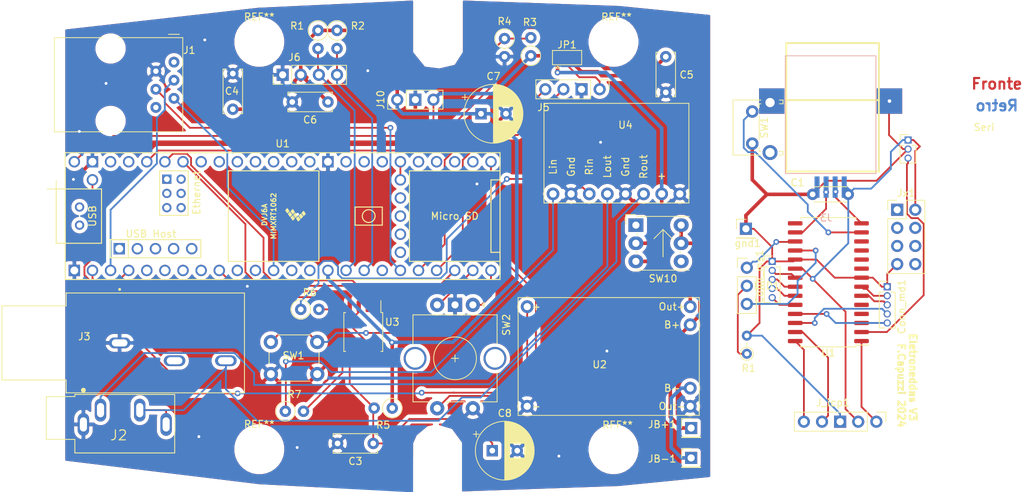
<source format=kicad_pcb>
(kicad_pcb (version 20171130) (host pcbnew 5.1.5+dfsg1-2build2)
  (layers (0 F.Cu signal) (31 B.Cu signal) (34 B.Paste user hide) (35 F.Paste user hide) (36 B.SilkS user hide) (37 F.SilkS user) (38 B.Mask user hide) (39 F.Mask user hide) (44 Edge.Cuts user hide))
  (net 0 "")
  (module Connector_PinHeader_2.54mm:PinHeader_1x05_P2.54mm_Vertical (layer F.Cu) (at 143.764 74.9935 270)
    (fp_text reference J_icp1 (at -2.667 6.096 180) (layer F.SilkS))
    (fp_text value Conn_01x05)
    (pad 1 thru_hole circle (at 0 0 270) (size 1.7 1.7) (drill 1) (layers *.Cu *.Mask))
    (pad 2 thru_hole oval (at 0 2.54 270) (size 1.7 1.7) (drill 1) (layers *.Cu *.Mask))
    (pad 3 thru_hole rect (at 0 5.08 270) (size 1.7 1.7) (drill 1) (layers *.Cu *.Mask))
    (pad 4 thru_hole oval (at 0 7.62 270) (size 1.7 1.7) (drill 1) (layers *.Cu *.Mask))
    (pad 5 thru_hole oval (at 0 10.16 270) (size 1.7 1.7) (drill 1) (layers *.Cu *.Mask))
  )
  (module Connector_PinHeader_2.54mm:PinHeader_2x04_P2.54mm_Vertical (layer F.Cu) (at 146.685 45.2755)
    (fp_text reference Jx1 (at 1.27 -2.33) (layer F.SilkS))
    (fp_text value Expansion)
    (pad 1 thru_hole rect (at 0 0) (size 1.7 1.7) (drill 1) (layers *.Cu *.Mask))
    (pad 2 thru_hole oval (at 2.54 0) (size 1.7 1.7) (drill 1) (layers *.Cu *.Mask))
    (pad 3 thru_hole oval (at 0 2.54) (size 1.7 1.7) (drill 1) (layers *.Cu *.Mask))
    (pad 4 thru_hole oval (at 2.54 2.54) (size 1.7 1.7) (drill 1) (layers *.Cu *.Mask))
    (pad 5 thru_hole oval (at 0 5.08) (size 1.7 1.7) (drill 1) (layers *.Cu *.Mask))
    (pad 6 thru_hole oval (at 2.54 5.08) (size 1.7 1.7) (drill 1) (layers *.Cu *.Mask))
    (pad 7 thru_hole oval (at 0 7.62) (size 1.7 1.7) (drill 1) (layers *.Cu *.Mask))
    (pad 8 thru_hole oval (at 2.54 7.62) (size 1.7 1.7) (drill 1) (layers *.Cu *.Mask))
  )
  (module Controller_723_new:rj_11_smd (layer B.Cu) (at 136.7155 45.9105 180)
    (fp_text reference J3 (at 0 -0.5) (layer B.SilkS) (effects (justify mirror)))
    (fp_text value 6P4C)
    (pad 4 smd rect (at 1.27 3.81 180) (size 0.7 3) (layers B.Cu B.Paste B.Mask))
    (pad 3 smd rect (at 0 3.81 180) (size 0.7 3) (layers B.Cu B.Paste B.Mask))
    (pad 2 smd rect (at -1.27 3.81 180) (size 0.7 3) (layers B.Cu B.Paste B.Mask))
    (pad 1 smd rect (at -2.54 3.81 180) (size 0.7 3) (layers B.Cu B.Paste B.Mask))
    (pad 5 thru_hole rect (at -8.89 15.875 180) (size 3.556 3.556) (drill 0.508) (layers *.Cu *.Mask))
    (pad 5 thru_hole rect (at 7.62 15.875 180) (size 3.556 3.556) (drill 0.508) (layers *.Cu *.Mask))
  )
  (module Connector_PinHeader_2.54mm:PinHeader_1x01_P2.54mm_Vertical (layer F.Cu) (at 125.476 47.9425)
    (fp_text reference gnd1 (at 0.254 2.032) (layer F.SilkS))
    (fp_text value Conn_01x01)
    (pad 1 thru_hole rect (at 0 0) (size 1.7 1.7) (drill 1) (layers *.Cu *.Mask))
  )
  (module Resistor_THT:R_Axial_DIN0204_L3.6mm_D1.6mm_P2.54mm_Vertical (layer F.Cu) (at 125.603 65.4685 90)
    (fp_text reference R1 (at -2.032 0.254 180) (layer F.SilkS))
    (fp_text value R)
    (pad 1 thru_hole circle (at 0 0 90) (size 1.4 1.4) (drill 0.7) (layers *.Cu *.Mask))
    (pad 2 thru_hole oval (at 2.54 0 90) (size 1.4 1.4) (drill 0.7) (layers *.Cu *.Mask))
  )
  (module Connector_PinHeader_1.27mm:PinHeader_1x03_P1.27mm_Vertical (layer F.Cu) (at 148.209 35.4965)
    (fp_text reference TRANSDUCER1 hide)
    (fp_text value Conn_01x03)
    (pad 1 thru_hole rect (at 0 0) (size 1 1) (drill 0.65) (layers *.Cu *.Mask))
    (pad 2 thru_hole oval (at 0 1.27) (size 1 1) (drill 0.65) (layers *.Cu *.Mask))
    (pad 3 thru_hole oval (at 0 2.54) (size 1 1) (drill 0.65) (layers *.Cu *.Mask))
  )
  (module Connector_PinHeader_1.27mm:PinHeader_1x05_P1.27mm_Vertical (layer F.Cu) (at 145.288 56.0705)
    (fp_text reference Conn_md1 (at 2.032 2.794 -90) (layer F.SilkS))
    (fp_text value Conn_01x05)
    (pad 1 thru_hole rect (at 0 0) (size 1 1) (drill 0.65) (layers *.Cu *.Mask))
    (pad 2 thru_hole oval (at 0 1.27) (size 1 1) (drill 0.65) (layers *.Cu *.Mask))
    (pad 3 thru_hole oval (at 0 2.54) (size 1 1) (drill 0.65) (layers *.Cu *.Mask))
    (pad 4 thru_hole oval (at 0 3.81) (size 1 1) (drill 0.65) (layers *.Cu *.Mask))
    (pad 5 thru_hole oval (at 0 5.08) (size 1 1) (drill 0.65) (layers *.Cu *.Mask))
  )
  (module Package_SO:SOIC-28W_7.5x17.9mm_P1.27mm (layer F.Cu) (at 137.033 55.4355 180)
    (fp_text reference U1 (at 0 -9.9) (layer F.SilkS))
    (fp_text value PIC16F73-ISS)
    (pad 1 smd roundrect (at -4.65 -8.255 180) (size 2.05 0.6) (layers F.Cu F.Paste F.Mask))
    (pad 2 smd roundrect (at -4.65 -6.985 180) (size 2.05 0.6) (layers F.Cu F.Paste F.Mask))
    (pad 3 smd roundrect (at -4.65 -5.715 180) (size 2.05 0.6) (layers F.Cu F.Paste F.Mask))
    (pad 4 smd roundrect (at -4.65 -4.445 180) (size 2.05 0.6) (layers F.Cu F.Paste F.Mask))
    (pad 5 smd roundrect (at -4.65 -3.175 180) (size 2.05 0.6) (layers F.Cu F.Paste F.Mask))
    (pad 6 smd roundrect (at -4.65 -1.905 180) (size 2.05 0.6) (layers F.Cu F.Paste F.Mask))
    (pad 7 smd roundrect (at -4.65 -0.635 180) (size 2.05 0.6) (layers F.Cu F.Paste F.Mask))
    (pad 8 smd roundrect (at -4.65 0.635 180) (size 2.05 0.6) (layers F.Cu F.Paste F.Mask))
    (pad 9 smd roundrect (at -4.65 1.905 180) (size 2.05 0.6) (layers F.Cu F.Paste F.Mask))
    (pad 10 smd roundrect (at -4.65 3.175 180) (size 2.05 0.6) (layers F.Cu F.Paste F.Mask))
    (pad 11 smd roundrect (at -4.65 4.445 180) (size 2.05 0.6) (layers F.Cu F.Paste F.Mask))
    (pad 12 smd roundrect (at -4.65 5.715 180) (size 2.05 0.6) (layers F.Cu F.Paste F.Mask))
    (pad 13 smd roundrect (at -4.65 6.985 180) (size 2.05 0.6) (layers F.Cu F.Paste F.Mask))
    (pad 14 smd roundrect (at -4.65 8.255 180) (size 2.05 0.6) (layers F.Cu F.Paste F.Mask))
    (pad 15 smd roundrect (at 4.65 8.255 180) (size 2.05 0.6) (layers F.Cu F.Paste F.Mask))
    (pad 16 smd roundrect (at 4.65 6.985 180) (size 2.05 0.6) (layers F.Cu F.Paste F.Mask))
    (pad 17 smd roundrect (at 4.65 5.715 180) (size 2.05 0.6) (layers F.Cu F.Paste F.Mask))
    (pad 18 smd roundrect (at 4.65 4.445 180) (size 2.05 0.6) (layers F.Cu F.Paste F.Mask))
    (pad 19 smd roundrect (at 4.65 3.175 180) (size 2.05 0.6) (layers F.Cu F.Paste F.Mask))
    (pad 20 smd roundrect (at 4.65 1.905 180) (size 2.05 0.6) (layers F.Cu F.Paste F.Mask))
    (pad 21 smd roundrect (at 4.65 0.635 180) (size 2.05 0.6) (layers F.Cu F.Paste F.Mask))
    (pad 22 smd roundrect (at 4.65 -0.635 180) (size 2.05 0.6) (layers F.Cu F.Paste F.Mask))
    (pad 23 smd roundrect (at 4.65 -1.905 180) (size 2.05 0.6) (layers F.Cu F.Paste F.Mask))
    (pad 24 smd roundrect (at 4.65 -3.175 180) (size 2.05 0.6) (layers F.Cu F.Paste F.Mask))
    (pad 25 smd roundrect (at 4.65 -4.445 180) (size 2.05 0.6) (layers F.Cu F.Paste F.Mask))
    (pad 26 smd roundrect (at 4.65 -5.715 180) (size 2.05 0.6) (layers F.Cu F.Paste F.Mask))
    (pad 27 smd roundrect (at 4.65 -6.985 180) (size 2.05 0.6) (layers F.Cu F.Paste F.Mask))
    (pad 28 smd roundrect (at 4.65 -8.255 180) (size 2.05 0.6) (layers F.Cu F.Paste F.Mask))
  )
  (module Connector_PinHeader_2.54mm:PinHeader_1x03_P2.54mm_Vertical (layer F.Cu) (at 125.603 53.4035)
    (fp_text reference LED1 (at 2.794 2.54) (layer F.SilkS))
    (fp_text value Conn_01x03)
    (pad 1 thru_hole circle (at 0 0) (size 1.7 1.7) (drill 1) (layers *.Cu *.Mask))
    (pad 2 thru_hole oval (at 0 2.54) (size 1.7 1.7) (drill 1) (layers *.Cu *.Mask))
    (pad 3 thru_hole oval (at 0 5.08) (size 1.7 1.7) (drill 1) (layers *.Cu *.Mask))
  )
  (module Connector_PinHeader_1.27mm:PinHeader_1x05_P1.27mm_Vertical (layer F.Cu) (at 129.159 52.5145)
    (fp_text reference Conn_ms1 (at -1.778 2.159 90) (layer F.SilkS))
    (fp_text value Conn_01x05)
    (pad 1 thru_hole rect (at 0 0) (size 1 1) (drill 0.65) (layers *.Cu *.Mask))
    (pad 2 thru_hole oval (at 0 1.27) (size 1 1) (drill 0.65) (layers *.Cu *.Mask))
    (pad 3 thru_hole oval (at 0 2.54) (size 1 1) (drill 0.65) (layers *.Cu *.Mask))
    (pad 4 thru_hole oval (at 0 3.81) (size 1 1) (drill 0.65) (layers *.Cu *.Mask))
    (pad 5 thru_hole oval (at 0 5.08) (size 1 1) (drill 0.65) (layers *.Cu *.Mask))
  )
  (module Capacitor_THT:C_Disc_D4.3mm_W1.9mm_P5.00mm (layer F.Cu) (at 139.827 43.1165 180)
    (fp_text reference C1 (at 7.112 1.651) (layer F.SilkS))
    (fp_text value C)
    (pad 1 thru_hole circle (at 0 0 180) (size 1.6 1.6) (drill 0.8) (layers *.Cu *.Mask))
    (pad 2 thru_hole circle (at 5 0 180) (size 1.6 1.6) (drill 0.8) (layers *.Cu *.Mask))
  )
  (module Button_Switch_THT:SW_Tactile_SPST_Angled_PTS645Vx83-2LFS (layer F.Cu) (at 126.365 36.0045 90)
    (fp_text reference SW1 (at 2.25 1.68 90) (layer F.SilkS))
    (fp_text value SW_Push)
    (pad "" thru_hole circle (at 5.76 2.49 90) (size 2.1 2.1) (drill 1.3) (layers *.Cu *.Mask))
    (pad 2 thru_hole circle (at 4.5 0 90) (size 1.75 1.75) (drill 0.99) (layers *.Cu *.Mask))
    (pad 1 thru_hole circle (at 0 0 90) (size 1.75 1.75) (drill 0.99) (layers *.Cu *.Mask))
    (pad "" thru_hole circle (at -1.25 2.49 90) (size 2.1 2.1) (drill 1.3) (layers *.Cu *.Mask))
  )
  (module Capacitor_THT:C_Disc_D6.0mm_W2.5mm_P5.00mm (layer F.Cu) (at 73.2155 78.0415 180)
    (fp_text reference C3 (at 2.5 -2.5) (layer F.SilkS))
    (fp_text value 100n)
    (pad 1 thru_hole circle (at 0 0 180) (size 1.6 1.6) (drill 0.8) (layers *.Cu *.Mask))
    (pad 2 thru_hole circle (at 5 0 180) (size 1.6 1.6) (drill 0.8) (layers *.Cu *.Mask))
  )
  (module Resistor_THT:R_Axial_DIN0207_L6.3mm_D2.5mm_P2.54mm_Vertical (layer F.Cu) (at 91.6305 21.2725 270)
    (fp_text reference R4 (at -2.413 0 180) (layer F.SilkS))
    (fp_text value 10k)
    (pad 1 thru_hole circle (at 0 0 270) (size 1.6 1.6) (drill 0.8) (layers *.Cu *.Mask))
    (pad 2 thru_hole oval (at 2.54 0 270) (size 1.6 1.6) (drill 0.8) (layers *.Cu *.Mask))
  )
  (module Resistor_THT:R_Axial_DIN0207_L6.3mm_D2.5mm_P2.54mm_Vertical (layer F.Cu) (at 68.1355 20.1295 270)
    (fp_text reference R1 (at -0.635 5.588) (layer F.SilkS))
    (fp_text value 3.3k)
    (pad 1 thru_hole circle (at 0 0 270) (size 1.6 1.6) (drill 0.8) (layers *.Cu *.Mask))
    (pad 2 thru_hole oval (at 2.54 0 270) (size 1.6 1.6) (drill 0.8) (layers *.Cu *.Mask))
  )
  (module Capacitor_THT:CP_Radial_D8.0mm_P3.50mm (layer F.Cu) (at 88.3285 31.8135)
    (fp_text reference C7 (at 1.75 -5.25) (layer F.SilkS))
    (fp_text value 100u)
    (pad 1 thru_hole rect (at 0 0) (size 1.6 1.6) (drill 0.8) (layers *.Cu *.Mask))
    (pad 2 thru_hole circle (at 3.5 0) (size 1.6 1.6) (drill 0.8) (layers *.Cu *.Mask))
  )
  (module Connector_PinHeader_2.54mm:PinHeader_1x01_P2.54mm_Vertical (layer F.Cu) (at 117.7925 75.8825)
    (fp_text reference JB+1 (at -4.064 -0.508) (layer F.SilkS))
    (fp_text value Conn_01x01_Male)
    (pad 1 thru_hole rect (at 0 0) (size 1.7 1.7) (drill 1) (layers *.Cu *.Mask))
  )
  (module Teensy:TP4056 (layer F.Cu) (at 104.9655 66.4845)
    (fp_text reference U2 (at 0 0.5) (layer F.SilkS))
    (fp_text value TP4056)
    (fp_text user + (at -8.89 -7.62) (layer F.SilkS))
    (fp_text user - (at -8.89 6.35) (layer F.SilkS))
    (fp_text user Out+ (at 10.16 -7.62) (layer F.SilkS))
    (fp_text user Out- (at 10.16 6.35) (layer F.SilkS))
    (fp_text user B+ (at 10.16 -5.08) (layer F.SilkS))
    (fp_text user B- (at 10.16 3.81) (layer F.SilkS))
    (pad 1 thru_hole circle (at -10.16 -7.62) (size 1.8 1.8) (drill 1) (layers *.Cu *.Mask))
    (pad 2 thru_hole circle (at -10.16 6.35) (size 1.8 1.8) (drill 1) (layers *.Cu *.Mask))
    (pad 3 thru_hole circle (at 12.7 -7.62) (size 1.8 1.8) (drill 1) (layers *.Cu *.Mask))
    (pad 4 thru_hole circle (at 12.7 6.35) (size 1.8 1.8) (drill 1) (layers *.Cu *.Mask))
    (pad 5 thru_hole circle (at 12.7 -5.08) (size 1.8 1.8) (drill 1) (layers *.Cu *.Mask))
    (pad 6 thru_hole circle (at 12.7 3.81) (size 1.8 1.8) (drill 1) (layers *.Cu *.Mask))
  )
  (module Button_Switch_THT:SW_PUSH_6mm (layer F.Cu) (at 58.8645 63.8175)
    (fp_text reference SW1 (at 3.175 1.905) (layer F.SilkS))
    (fp_text value SW_Push)
    (pad 2 thru_hole circle (at 0 4.5 90) (size 2 2) (drill 1.1) (layers *.Cu *.Mask))
    (pad 1 thru_hole circle (at 0 0 90) (size 2 2) (drill 1.1) (layers *.Cu *.Mask))
    (pad 2 thru_hole circle (at 6.5 4.5 90) (size 2 2) (drill 1.1) (layers *.Cu *.Mask))
    (pad 1 thru_hole circle (at 6.5 0 90) (size 2 2) (drill 1.1) (layers *.Cu *.Mask))
  )
  (module Resistor_THT:R_Axial_DIN0207_L6.3mm_D2.5mm_P2.54mm_Vertical (layer F.Cu) (at 65.4685 20.1295 270)
    (fp_text reference R2 (at -0.635 -5.588) (layer F.SilkS))
    (fp_text value 3.3k)
    (pad 1 thru_hole circle (at 0 0 270) (size 1.6 1.6) (drill 0.8) (layers *.Cu *.Mask))
    (pad 2 thru_hole oval (at 2.54 0 270) (size 1.6 1.6) (drill 0.8) (layers *.Cu *.Mask))
  )
  (module Package_SO:SOIC-8_5.23x5.23mm_P1.27mm (layer F.Cu) (at 71.8185 62.4205 270)
    (fp_text reference U3 (at -1.397 -4.064) (layer F.SilkS))
    (fp_text value pt8211)
    (pad 1 smd roundrect (at -3.6 -1.905 270) (size 1.6 0.6) (layers F.Cu F.Paste F.Mask))
    (pad 2 smd roundrect (at -3.6 -0.635 270) (size 1.6 0.6) (layers F.Cu F.Paste F.Mask))
    (pad 3 smd roundrect (at -3.6 0.635 270) (size 1.6 0.6) (layers F.Cu F.Paste F.Mask))
    (pad 4 smd roundrect (at -3.6 1.905 270) (size 1.6 0.6) (layers F.Cu F.Paste F.Mask))
    (pad 5 smd roundrect (at 3.6 1.905 270) (size 1.6 0.6) (layers F.Cu F.Paste F.Mask))
    (pad 6 smd roundrect (at 3.6 0.635 270) (size 1.6 0.6) (layers F.Cu F.Paste F.Mask))
    (pad 7 smd roundrect (at 3.6 -0.635 270) (size 1.6 0.6) (layers F.Cu F.Paste F.Mask))
    (pad 8 smd roundrect (at 3.6 -1.905 270) (size 1.6 0.6) (layers F.Cu F.Paste F.Mask))
  )
  (module Teensy:CUI_SJ1-3534NG (layer F.Cu) (at 32.5755 75.3745)
    (fp_text reference J2 (at 4.953 1.524) (layer F.SilkS) (effects (font (size 1.400173 1.400173))))
    (fp_text value "Audio 3.5")
    (pad 1 thru_hole oval (at 0 0) (size 1.6 3.2) (drill oval 1 2) (layers *.Cu *.Mask))
    (pad 2 thru_hole oval (at 2.4 -2) (size 1.6 3.2) (drill oval 1 2) (layers *.Cu *.Mask))
    (pad 3 thru_hole oval (at 7.9 -2) (size 1.6 3.2) (drill oval 1 2) (layers *.Cu *.Mask))
    (pad 4 thru_hole oval (at 11.6 0) (size 1.6 3.2) (drill oval 1 2) (layers *.Cu *.Mask))
  )
  (module Teensy:Teensy41 (layer F.Cu) (at 60.5155 46.1645)
    (fp_text reference U1 (at 0 -10.16) (layer F.SilkS))
    (fp_text value Teensy4.1)
    (fp_text user "USB Host" (at -18.4658 2.4892) (layer F.SilkS))
    (fp_text user Ethernet (at -12.065 -3.2766 90) (layer F.SilkS))
    (fp_text user USB (at -26.67 0 270) (layer F.SilkS))
    (fp_text user "Micro SD" (at 24.13 0) (layer F.SilkS))
    (fp_text user MIMXRT1062 (at -1.27 0 -90) (layer F.SilkS) (effects (font (size 0.7 0.7))))
    (fp_text user DVJ6A (at -2.54 -0.18 -90) (layer F.SilkS) (effects (font (size 0.7 0.7))))
    (pad 66 thru_hole circle (at -28.48 -1.27) (size 1.3 1.3) (drill 0.8) (layers *.Cu *.Mask))
    (pad 67 thru_hole circle (at -28.48 1.27) (size 1.3 1.3) (drill 0.8) (layers *.Cu *.Mask))
    (pad 54 thru_hole circle (at 16.51 -5.08) (size 1.6 1.6) (drill 1.1) (layers *.Cu *.Mask))
    (pad 53 thru_hole circle (at 16.51 -2.54) (size 1.6 1.6) (drill 1.1) (layers *.Cu *.Mask))
    (pad 52 thru_hole circle (at 16.51 0) (size 1.6 1.6) (drill 1.1) (layers *.Cu *.Mask))
    (pad 51 thru_hole circle (at 16.51 2.54) (size 1.6 1.6) (drill 1.1) (layers *.Cu *.Mask))
    (pad 50 thru_hole circle (at 16.51 5.08) (size 1.6 1.6) (drill 1.1) (layers *.Cu *.Mask))
    (pad 62 thru_hole circle (at -16.24 -1.1816) (size 1.3 1.3) (drill 0.8) (layers *.Cu *.Mask))
    (pad 63 thru_hole circle (at -14.24 -1.1816) (size 1.3 1.3) (drill 0.8) (layers *.Cu *.Mask))
    (pad 64 thru_hole circle (at -14.24 -3.1816) (size 1.3 1.3) (drill 0.8) (layers *.Cu *.Mask))
    (pad 61 thru_hole circle (at -16.24 -3.1816) (size 1.3 1.3) (drill 0.8) (layers *.Cu *.Mask))
    (pad 65 thru_hole circle (at -14.24 -5.1816) (size 1.3 1.3) (drill 0.8) (layers *.Cu *.Mask))
    (pad 60 thru_hole rect (at -16.24 -5.1816) (size 1.3 1.3) (drill 0.8) (layers *.Cu *.Mask))
    (pad 17 thru_hole circle (at 11.43 7.62) (size 1.6 1.6) (drill 1.1) (layers *.Cu *.Mask))
    (pad 18 thru_hole circle (at 13.97 7.62) (size 1.6 1.6) (drill 1.1) (layers *.Cu *.Mask))
    (pad 19 thru_hole circle (at 16.51 7.62) (size 1.6 1.6) (drill 1.1) (layers *.Cu *.Mask))
    (pad 20 thru_hole circle (at 19.05 7.62) (size 1.6 1.6) (drill 1.1) (layers *.Cu *.Mask))
    (pad 16 thru_hole circle (at 8.89 7.62) (size 1.6 1.6) (drill 1.1) (layers *.Cu *.Mask))
    (pad 15 thru_hole circle (at 6.35 7.62) (size 1.6 1.6) (drill 1.1) (layers *.Cu *.Mask))
    (pad 14 thru_hole circle (at 3.81 7.62) (size 1.6 1.6) (drill 1.1) (layers *.Cu *.Mask))
    (pad 21 thru_hole circle (at 21.59 7.62) (size 1.6 1.6) (drill 1.1) (layers *.Cu *.Mask))
    (pad 22 thru_hole circle (at 24.13 7.62) (size 1.6 1.6) (drill 1.1) (layers *.Cu *.Mask))
    (pad 23 thru_hole circle (at 26.67 7.62) (size 1.6 1.6) (drill 1.1) (layers *.Cu *.Mask))
    (pad 24 thru_hole circle (at 29.21 7.62) (size 1.6 1.6) (drill 1.1) (layers *.Cu *.Mask))
    (pad 25 thru_hole circle (at 29.21 -7.62) (size 1.6 1.6) (drill 1.1) (layers *.Cu *.Mask))
    (pad 26 thru_hole circle (at 26.67 -7.62) (size 1.6 1.6) (drill 1.1) (layers *.Cu *.Mask))
    (pad 27 thru_hole circle (at 24.13 -7.62) (size 1.6 1.6) (drill 1.1) (layers *.Cu *.Mask))
    (pad 28 thru_hole circle (at 21.59 -7.62) (size 1.6 1.6) (drill 1.1) (layers *.Cu *.Mask))
    (pad 29 thru_hole circle (at 19.05 -7.62) (size 1.6 1.6) (drill 1.1) (layers *.Cu *.Mask))
    (pad 30 thru_hole circle (at 16.51 -7.62) (size 1.6 1.6) (drill 1.1) (layers *.Cu *.Mask))
    (pad 31 thru_hole circle (at 13.97 -7.62) (size 1.6 1.6) (drill 1.1) (layers *.Cu *.Mask))
    (pad 32 thru_hole circle (at 11.43 -7.62) (size 1.6 1.6) (drill 1.1) (layers *.Cu *.Mask))
    (pad 33 thru_hole circle (at 8.89 -7.62) (size 1.6 1.6) (drill 1.1) (layers *.Cu *.Mask))
    (pad 34 thru_hole rect (at 6.35 -7.62) (size 1.6 1.6) (drill 1.1) (layers *.Cu *.Mask))
    (pad 13 thru_hole circle (at 1.27 7.62) (size 1.6 1.6) (drill 1.1) (layers *.Cu *.Mask))
    (pad 12 thru_hole circle (at -1.27 7.62) (size 1.6 1.6) (drill 1.1) (layers *.Cu *.Mask))
    (pad 11 thru_hole circle (at -3.81 7.62) (size 1.6 1.6) (drill 1.1) (layers *.Cu *.Mask))
    (pad 10 thru_hole circle (at -6.35 7.62) (size 1.6 1.6) (drill 1.1) (layers *.Cu *.Mask))
    (pad 9 thru_hole circle (at -8.89 7.62) (size 1.6 1.6) (drill 1.1) (layers *.Cu *.Mask))
    (pad 8 thru_hole circle (at -11.43 7.62) (size 1.6 1.6) (drill 1.1) (layers *.Cu *.Mask))
    (pad 7 thru_hole circle (at -13.97 7.62) (size 1.6 1.6) (drill 1.1) (layers *.Cu *.Mask))
    (pad 6 thru_hole circle (at -16.51 7.62) (size 1.6 1.6) (drill 1.1) (layers *.Cu *.Mask))
    (pad 5 thru_hole circle (at -19.05 7.62) (size 1.6 1.6) (drill 1.1) (layers *.Cu *.Mask))
    (pad 4 thru_hole circle (at -21.59 7.62) (size 1.6 1.6) (drill 1.1) (layers *.Cu *.Mask))
    (pad 3 thru_hole circle (at -24.13 7.62) (size 1.6 1.6) (drill 1.1) (layers *.Cu *.Mask))
    (pad 2 thru_hole circle (at -26.67 7.62) (size 1.6 1.6) (drill 1.1) (layers *.Cu *.Mask))
    (pad 1 thru_hole rect (at -29.21 7.62) (size 1.6 1.6) (drill 1.1) (layers *.Cu *.Mask))
    (pad 35 thru_hole circle (at 3.81 -7.62) (size 1.6 1.6) (drill 1.1) (layers *.Cu *.Mask))
    (pad 36 thru_hole circle (at 1.27 -7.62) (size 1.6 1.6) (drill 1.1) (layers *.Cu *.Mask))
    (pad 37 thru_hole circle (at -1.27 -7.62) (size 1.6 1.6) (drill 1.1) (layers *.Cu *.Mask))
    (pad 38 thru_hole circle (at -3.81 -7.62) (size 1.6 1.6) (drill 1.1) (layers *.Cu *.Mask))
    (pad 39 thru_hole circle (at -6.35 -7.62) (size 1.6 1.6) (drill 1.1) (layers *.Cu *.Mask))
    (pad 40 thru_hole circle (at -8.89 -7.62) (size 1.6 1.6) (drill 1.1) (layers *.Cu *.Mask))
    (pad 41 thru_hole circle (at -11.43 -7.62) (size 1.6 1.6) (drill 1.1) (layers *.Cu *.Mask))
    (pad 42 thru_hole circle (at -13.97 -7.62) (size 1.6 1.6) (drill 1.1) (layers *.Cu *.Mask))
    (pad 43 thru_hole circle (at -16.51 -7.62) (size 1.6 1.6) (drill 1.1) (layers *.Cu *.Mask))
    (pad 44 thru_hole circle (at -19.05 -7.62) (size 1.6 1.6) (drill 1.1) (layers *.Cu *.Mask))
    (pad 45 thru_hole circle (at -21.59 -7.62) (size 1.6 1.6) (drill 1.1) (layers *.Cu *.Mask))
    (pad 46 thru_hole circle (at -24.13 -7.62) (size 1.6 1.6) (drill 1.1) (layers *.Cu *.Mask))
    (pad 47 thru_hole rect (at -26.67 -7.62) (size 1.6 1.6) (drill 1.1) (layers *.Cu *.Mask))
    (pad 48 thru_hole circle (at -29.21 -7.62) (size 1.6 1.6) (drill 1.1) (layers *.Cu *.Mask))
    (pad 55 thru_hole rect (at -22.9108 4.5692) (size 1.6 1.6) (drill 1.1) (layers *.Cu *.Mask))
    (pad 56 thru_hole circle (at -20.3708 4.5692) (size 1.6 1.6) (drill 1.1) (layers *.Cu *.Mask))
    (pad 57 thru_hole circle (at -17.8308 4.5692) (size 1.6 1.6) (drill 1.1) (layers *.Cu *.Mask))
    (pad 58 thru_hole circle (at -15.2908 4.5692) (size 1.6 1.6) (drill 1.1) (layers *.Cu *.Mask))
    (pad 59 thru_hole circle (at -12.7508 4.5692) (size 1.6 1.6) (drill 1.1) (layers *.Cu *.Mask))
    (pad 49 thru_hole circle (at -26.67 -5.08) (size 1.6 1.6) (drill 1.1) (layers *.Cu *.Mask))
  )
  (module Teensy:CUI_MJ-63022B (layer F.Cu) (at 37.6555 63.9445)
    (fp_text reference J3 (at -4.953 -0.889) (layer F.SilkS))
    (fp_text value "Audio 6.3")
    (pad 1 thru_hole oval (at 0 0) (size 3.016 1.508) (drill oval 2.2 1) (layers *.Cu *.Mask))
    (pad 2 thru_hole oval (at 14.9 2.5) (size 3.016 1.508) (drill oval 2.2 1) (layers *.Cu *.Mask))
    (pad 4 thru_hole oval (at 7.7 2.5) (size 3.016 1.508) (drill oval 2.2 1) (layers *.Cu *.Mask))
  )
  (module Connector_RJ:RJ12_Amphenol_54601 (layer F.Cu) (at 45.2755 24.5745 270)
    (fp_text reference J1 (at -1.67 -2.16) (layer F.SilkS))
    (fp_text value "Controller SPI")
    (pad "" np_thru_hole circle (at 8.25 8.89 270) (size 3.25 3.25) (drill 3.25) (layers *.Cu *.Mask))
    (pad 6 thru_hole circle (at 6.35 2.54 270) (size 1.52 1.52) (drill 0.76) (layers *.Cu *.Mask))
    (pad 5 thru_hole circle (at 5.08 0 270) (size 1.52 1.52) (drill 0.76) (layers *.Cu *.Mask))
    (pad 4 thru_hole circle (at 3.81 2.54 270) (size 1.52 1.52) (drill 0.76) (layers *.Cu *.Mask))
    (pad 3 thru_hole circle (at 2.54 0 270) (size 1.52 1.52) (drill 0.76) (layers *.Cu *.Mask))
    (pad 2 thru_hole circle (at 1.27 2.54 270) (size 1.52 1.52) (drill 0.76) (layers *.Cu *.Mask))
    (pad "" np_thru_hole circle (at -1.91 8.89 270) (size 3.25 3.25) (drill 3.25) (layers *.Cu *.Mask))
    (pad 1 thru_hole circle (at 0 0 270) (size 1.52 1.52) (drill 0.76) (layers *.Cu *.Mask))
  )
  (module Connector_PinHeader_2.54mm:PinHeader_1x01_P2.54mm_Vertical (layer F.Cu) (at 117.7925 80.0735)
    (fp_text reference JB-1 (at -4.064 0.127) (layer F.SilkS))
    (fp_text value Conn_01x01_Male)
    (pad 1 thru_hole rect (at 0 0) (size 1.7 1.7) (drill 1) (layers *.Cu *.Mask))
  )
  (module Capacitor_THT:C_Disc_D6.0mm_W2.5mm_P5.00mm (layer F.Cu) (at 66.8655 30.1625 180)
    (fp_text reference C6 (at 2.5 -2.5) (layer F.SilkS))
    (fp_text value 100n)
    (pad 1 thru_hole circle (at 0 0 180) (size 1.6 1.6) (drill 0.8) (layers *.Cu *.Mask))
    (pad 2 thru_hole circle (at 5 0 180) (size 1.6 1.6) (drill 0.8) (layers *.Cu *.Mask))
  )
  (module Jumper:SolderJumper-3_P1.3mm_Bridged12_Pad1.0x1.5mm (layer F.Cu) (at 100.3935 23.9395)
    (fp_text reference JP1 (at 0 -1.8) (layer F.SilkS))
    (fp_text value "BT voltage")
    (fp_poly (pts (xy -0.9 -0.3) (xy -0.4 -0.3) (xy -0.4 0.3) (xy -0.9 0.3)) (layer F.Cu) (width 0))
    (pad 1 smd rect (at -1.3 0) (size 1 1.5) (layers F.Cu F.Mask))
    (pad 3 smd rect (at 1.3 0) (size 1 1.5) (layers F.Cu F.Mask))
    (pad 2 smd rect (at 0 0) (size 1 1.5) (layers F.Cu F.Mask))
  )
  (module Resistor_THT:R_Axial_DIN0207_L6.3mm_D2.5mm_P2.54mm_Vertical (layer F.Cu) (at 60.8965 73.533)
    (fp_text reference R7 (at 1.27 -2.37) (layer F.SilkS))
    (fp_text value 100k)
    (pad 1 thru_hole circle (at 0 0) (size 1.6 1.6) (drill 0.8) (layers *.Cu *.Mask))
    (pad 2 thru_hole oval (at 2.54 0) (size 1.6 1.6) (drill 0.8) (layers *.Cu *.Mask))
  )
  (module Teensy:6pin_vertical (layer F.Cu) (at 110.0455 47.4345)
    (fp_text reference SW10 (at 3.81 7.493) (layer F.SilkS))
    (fp_text value "Power switch")
    (pad 1 thru_hole rect (at 0 0) (size 2.1 1.9) (drill 1) (layers *.Cu *.Mask))
    (pad 5 thru_hole oval (at 6.35 0) (size 2.1 1.9) (drill 1) (layers *.Cu *.Mask))
    (pad 3 thru_hole oval (at 0 2.54) (size 2.1 1.9) (drill 1) (layers *.Cu *.Mask))
    (pad 6 thru_hole oval (at 6.35 2.54) (size 2.1 1.9) (drill 1) (layers *.Cu *.Mask))
    (pad 2 thru_hole oval (at 0 5.08) (size 2.1 1.9) (drill 1) (layers *.Cu *.Mask))
    (pad 4 thru_hole oval (at 6.35 5.08) (size 2.1 1.9) (drill 1) (layers *.Cu *.Mask))
  )
  (module Resistor_THT:R_Axial_DIN0207_L6.3mm_D2.5mm_P2.54mm_Vertical (layer F.Cu) (at 75.8825 73.0885 180)
    (fp_text reference R5 (at 1.27 -2.37) (layer F.SilkS))
    (fp_text value 22)
    (pad 1 thru_hole circle (at 0 0 180) (size 1.6 1.6) (drill 0.8) (layers *.Cu *.Mask))
    (pad 2 thru_hole oval (at 2.54 0 180) (size 1.6 1.6) (drill 0.8) (layers *.Cu *.Mask))
  )
  (module ElectroV3_2_1:TDA1308 (layer F.Cu) (at 108.585 32.893)
    (fp_text reference U4 (at 0 0.5) (layer F.SilkS))
    (fp_text value TDA1308_mod)
    (fp_text user + (at 5.08 7.62) (layer F.SilkS))
    (fp_text user Lin (at -10.16 6.35 -270) (layer F.SilkS))
    (fp_text user Gnd (at -7.62 6.35 -270) (layer F.SilkS))
    (fp_text user Rin (at -5.08 6.35 -270) (layer F.SilkS))
    (fp_text user Lout (at -2.54 6.35 -270) (layer F.SilkS))
    (fp_text user Gnd (at 0 6.35 -270) (layer F.SilkS))
    (fp_text user Rout (at 2.54 6.35 -270) (layer F.SilkS))
    (pad 1 thru_hole circle (at -10.16 10.16) (size 1.778 1.778) (drill 1.016) (layers *.Cu *.Mask))
    (pad 2 thru_hole circle (at -7.62 10.16) (size 1.778 1.778) (drill 1.016) (layers *.Cu *.Mask))
    (pad 3 thru_hole circle (at -5.08 10.16) (size 1.778 1.778) (drill 1.016) (layers *.Cu *.Mask))
    (pad 4 thru_hole circle (at -2.54 10.16) (size 1.778 1.778) (drill 1.016) (layers *.Cu *.Mask))
    (pad 5 thru_hole circle (at 0 10.16) (size 1.778 1.778) (drill 1.016) (layers *.Cu *.Mask))
    (pad 6 thru_hole circle (at 2.54 10.16) (size 1.778 1.778) (drill 1.016) (layers *.Cu *.Mask))
    (pad 7 thru_hole circle (at 5.08 10.16) (size 1.778 1.778) (drill 1.016) (layers *.Cu *.Mask))
    (pad 8 thru_hole circle (at 7.62 10.16) (size 1.778 1.778) (drill 1.016) (layers *.Cu *.Mask))
  )
  (module Capacitor_THT:C_Disc_D6.0mm_W2.5mm_P5.00mm (layer F.Cu) (at 114.2365 23.8125 270)
    (fp_text reference C5 (at 2.54 -2.921) (layer F.SilkS))
    (fp_text value 100n)
    (pad 1 thru_hole circle (at 0 0 270) (size 1.6 1.6) (drill 0.8) (layers *.Cu *.Mask))
    (pad 2 thru_hole circle (at 5 0 270) (size 1.6 1.6) (drill 0.8) (layers *.Cu *.Mask))
  )
  (module Capacitor_THT:C_Disc_D6.0mm_W2.5mm_P5.00mm (layer F.Cu) (at 53.5305 31.1785 90)
    (fp_text reference C4 (at 2.54 -0.127 180) (layer F.SilkS))
    (fp_text value 100n)
    (pad 1 thru_hole circle (at 0 0 90) (size 1.6 1.6) (drill 0.8) (layers *.Cu *.Mask))
    (pad 2 thru_hole circle (at 5 0 90) (size 1.6 1.6) (drill 0.8) (layers *.Cu *.Mask))
  )
  (module MountingHole:MountingHole_2.5mm (layer F.Cu) (at 107.3277 21.7297)
    (fp_text reference REF** (at 0 -3.5) (layer F.SilkS))
    (fp_text value MountingHole_2.5mm)
    (pad "" np_thru_hole circle (at -0.4222 0) (size 6 6) (drill 6) (layers *.Cu *.Mask))
  )
  (module MountingHole:MountingHole_2.5mm (layer F.Cu) (at 57.2389 78.8543)
    (fp_text reference REF** (at 0 -3.5) (layer F.SilkS))
    (fp_text value MountingHole_2.5mm)
    (pad "" np_thru_hole circle (at 0 0) (size 6 6) (drill 6) (layers *.Cu *.Mask))
  )
  (module Connector_PinHeader_2.54mm:PinHeader_1x03_P2.54mm_Vertical (layer F.Cu) (at 76.581 29.845 90)
    (fp_text reference J10 (at 0 -2.33 90) (layer F.SilkS))
    (fp_text value Conn_01x03)
    (pad 1 thru_hole circle (at 0 0 90) (size 1.7 1.7) (drill 1) (layers *.Cu *.Mask))
    (pad 2 thru_hole rect (at 0 2.54 90) (size 1.7 1.7) (drill 1) (layers *.Cu *.Mask))
    (pad 3 thru_hole oval (at 0 5.08 90) (size 1.7 1.7) (drill 1) (layers *.Cu *.Mask))
  )
  (module Resistor_THT:R_Axial_DIN0207_L6.3mm_D2.5mm_P2.54mm_Vertical (layer F.Cu) (at 95.3135 23.6855 90)
    (fp_text reference R3 (at 4.699 -0.127) (layer F.SilkS))
    (fp_text value 10k)
    (pad 1 thru_hole circle (at 0 0 90) (size 1.6 1.6) (drill 0.8) (layers *.Cu *.Mask))
    (pad 2 thru_hole oval (at 2.54 0 90) (size 1.6 1.6) (drill 0.8) (layers *.Cu *.Mask))
  )
  (module Rotary_Encoder:RotaryEncoder_Alps_EC11E-Switch_Vertical_H20mm_CircularMountingHoles (layer F.Cu) (at 87.1855 58.6105 270)
    (fp_text reference SW2 (at 2.8 -4.7 90) (layer F.SilkS))
    (fp_text value Rotary_Encoder_Switch)
    (pad S1 thru_hole circle (at 14.5 5 270) (size 2 2) (drill 1) (layers *.Cu *.Mask))
    (pad S2 thru_hole circle (at 14.5 0 270) (size 2 2) (drill 1) (layers *.Cu *.Mask))
    (pad MP thru_hole circle (at 7.5 8.1 270) (size 3.2 3.2) (drill 2.6) (layers *.Cu *.Mask))
    (pad MP thru_hole circle (at 7.5 -3.1 270) (size 3.2 3.2) (drill 2.6) (layers *.Cu *.Mask))
    (pad B thru_hole circle (at 0 5 270) (size 2 2) (drill 1) (layers *.Cu *.Mask))
    (pad C thru_hole rect (at 0 2.5 270) (size 2 2) (drill 1) (layers *.Cu *.Mask))
    (pad A thru_hole circle (at 0 0 270) (size 2 2) (drill 1) (layers *.Cu *.Mask))
  )
  (module Resistor_THT:R_Axial_DIN0207_L6.3mm_D2.5mm_P2.54mm_Vertical (layer F.Cu) (at 63.0555 59.2455)
    (fp_text reference R6 (at 1.27 -2.37) (layer F.SilkS))
    (fp_text value 100k)
    (pad 1 thru_hole circle (at 0 0) (size 1.6 1.6) (drill 0.8) (layers *.Cu *.Mask))
    (pad 2 thru_hole oval (at 2.54 0) (size 1.6 1.6) (drill 0.8) (layers *.Cu *.Mask))
  )
  (module MountingHole:MountingHole_2.5mm (layer F.Cu) (at 107.4801 78.9559)
    (fp_text reference REF** (at 0 -3.5) (layer F.SilkS))
    (fp_text value MountingHole_2.5mm)
    (pad "" np_thru_hole circle (at -0.5746 -0.1014) (size 6 6) (drill 6) (layers *.Cu *.Mask))
  )
  (module MountingHole:MountingHole_2.5mm (layer F.Cu) (at 57.2389 21.7297)
    (fp_text reference REF** (at 0 -3.5) (layer F.SilkS))
    (fp_text value MountingHole_2.5mm hide)
    (pad "" np_thru_hole circle (at 0 0) (size 6 6) (drill 6) (layers *.Cu *.Mask))
  )
  (module Capacitor_THT:CP_Radial_D8.0mm_P3.50mm (layer F.Cu) (at 89.9085 79.0575)
    (fp_text reference C8 (at 1.75 -5.25) (layer F.SilkS))
    (fp_text value 470u)
    (pad 1 thru_hole rect (at 0 0) (size 1.6 1.6) (drill 0.8) (layers *.Cu *.Mask))
    (pad 2 thru_hole circle (at 3.5 0) (size 1.6 1.6) (drill 0.8) (layers *.Cu *.Mask))
  )
  (module Connector_PinHeader_2.54mm:PinHeader_1x04_P2.54mm_Vertical (layer F.Cu) (at 104.9655 28.3845 270)
    (fp_text reference J5 (at 2.54 7.874) (layer F.SilkS))
    (fp_text value "BT Serial")
    (pad 1 thru_hole circle (at 0 0 270) (size 1.7 1.7) (drill 1) (layers *.Cu *.Mask))
    (pad 2 thru_hole rect (at 0 2.54 270) (size 1.7 1.7) (drill 1) (layers *.Cu *.Mask))
    (pad 3 thru_hole oval (at 0 5.08 270) (size 1.7 1.7) (drill 1) (layers *.Cu *.Mask))
    (pad 4 thru_hole oval (at 0 7.62 270) (size 1.7 1.7) (drill 1) (layers *.Cu *.Mask))
  )
  (module Connector_PinHeader_2.54mm:PinHeader_1x04_P2.54mm_Vertical (layer F.Cu) (at 60.5155 26.3525 90)
    (fp_text reference J6 (at 2.453 1.651) (layer F.SilkS))
    (fp_text value "LCD I2C")
    (pad 1 thru_hole rect (at 0 0 90) (size 1.7 1.7) (drill 1) (layers *.Cu *.Mask))
    (pad 2 thru_hole oval (at 0 2.54 90) (size 1.7 1.7) (drill 1) (layers *.Cu *.Mask))
    (pad 3 thru_hole oval (at 0 5.08 90) (size 1.7 1.7) (drill 1) (layers *.Cu *.Mask))
    (pad 4 thru_hole oval (at 0 7.62 90) (size 1.7 1.7) (drill 1) (layers *.Cu *.Mask))
  )
  (gr_text "Eletroneddas V3 \n  F.Capuzzi 2024" (at 148.082 69.1515 -90) (layer F.SilkS) (effects (font (size 1 1) (thickness 0.25))))
  (gr_text "Fronte\n" (at 160.655 27.6225) (layer F.Cu) (effects (font (size 1.5 1.5) (thickness 0.3))))
  (gr_line (start 131.13868 39.90416) (end 144.13535 39.90416) (layer F.SilkS) (width 0.254))
  (gr_line (start 131.13868 29.90672) (end 144.13535 29.90672) (layer F.SilkS) (width 0.254))
  (gr_line (start 131.13868 21.90877) (end 144.13535 21.90877) (layer F.SilkS) (width 0.254))
  (gr_text Retro (at 160.655 30.6705) (layer B.Cu) (effects (font (size 1.5 1.5) (thickness 0.3)) (justify mirror)))
  (gr_text Seri (at 158.877 33.7185) (layer F.SilkS) (effects (font (size 1 1))))
  (gr_line (start 144.12417 21.91156) (end 144.12417 39.91153) (layer F.SilkS) (width 0.254))
  (gr_line (start 131.13868 21.90877) (end 131.13868 39.90416) (layer F.SilkS) (width 0.254))
  (gr_line (start 27.4955 42.3545) (end 28.7655 42.3545) (layer F.SilkS) (width 0.12))
  (gr_line (start 28.7655 42.3545) (end 28.7655 41.2115) (layer F.SilkS) (width 0.12))
  (gr_text "ELECTRONEDDAS\n(C)2024 FC" (at 72.1995 82.1055) (layer F.Cu) (effects (font (size 1 1) (thickness 0.1))))
  (segment (start 64.3255 53.7845) (end 64.904498 53.7845) (width 0.25) (layer F.Cu) (net 0))
  (via (at 32.004 34.29) (size 0.8) (drill 0.4) (layers F.Cu B.Cu) (net 0))
  (segment (start 33.8455 38.5445) (end 33.782 38.5445) (width 0.5) (layer F.Cu) (net 0))
  (via (at 49.5935 21.463) (size 0.8) (drill 0.4) (layers F.Cu B.Cu) (net 0))
  (via (at 87.757 41.656) (size 0.8) (drill 0.4) (layers F.Cu B.Cu) (net 0))
  (via (at 62.5475 78.613) (size 0.8) (drill 0.4) (layers F.Cu B.Cu) (net 0))
  (segment (start 33.782 38.5445) (end 32.4485 39.878) (width 0.5) (layer F.Cu) (net 0))
  (segment (start 60.2215 26.1785) (end 60.5155 25.8845) (width 0.5) (layer F.Cu) (net 0))
  (via (at 72.4535 25.781) (size 0.8) (drill 0.4) (layers F.Cu B.Cu) (net 0))
  (via (at 55.5625 56.007) (size 0.8) (drill 0.4) (layers F.Cu B.Cu) (net 0))
  (via (at 35.7505 27.559) (size 0.8) (drill 0.4) (layers F.Cu B.Cu) (net 0))
  (via (at 62.611 45.9105) (size 0.8) (drill 0.4) (layers F.Cu B.Cu) (net 0))
  (via (at 48.768 77.089) (size 0.8) (drill 0.4) (layers F.Cu B.Cu) (net 0))
  (via (at 105.9815 65.0875) (size 0.8) (drill 0.4) (layers F.Cu B.Cu) (net 0))
  (segment (start 101.575501 27.534501) (end 102.4255 28.3845) (width 0.25) (layer B.Cu) (net 0))
  (via (at 99.2505 79.8195) (size 0.8) (drill 0.4) (layers F.Cu B.Cu) (net 0))
  (via (at 105.0925 35.814) (size 0.8) (drill 0.4) (layers F.Cu B.Cu) (net 0))
  (via (at 31.1785 41.021) (size 0.8) (drill 0.4) (layers F.Cu B.Cu) (net 0))
  (segment (start 42.880499 32.385303) (end 43.990499 31.275303) (width 0.25) (layer B.Cu) (net 0))
  (segment (start 42.880499 38.794503) (end 42.880499 32.385303) (width 0.25) (layer B.Cu) (net 0))
  (segment (start 43.990499 31.275303) (end 43.990499 28.399501) (width 0.25) (layer B.Cu) (net 0))
  (segment (start 36.3855 53.7845) (end 36.3855 45.289502) (width 0.25) (layer B.Cu) (net 0))
  (segment (start 43.990499 28.399501) (end 44.515501 27.874499) (width 0.25) (layer B.Cu) (net 0))
  (segment (start 44.515501 27.874499) (end 45.2755 27.1145) (width 0.25) (layer B.Cu) (net 0))
  (segment (start 36.3855 45.289502) (end 42.880499 38.794503) (width 0.25) (layer B.Cu) (net 0))
  (segment (start 101.6935 23.9395) (end 101.6935 25.1895) (width 0.5) (layer F.Cu) (net 0))
  (segment (start 89.0905 22.6695) (end 84.7725 26.9875) (width 0.5) (layer F.Cu) (net 0))
  (segment (start 84.377503 63.860499) (end 93.345 54.893002) (width 0.5) (layer B.Cu) (net 0))
  (segment (start 63.0555 22.5425) (end 65.4685 20.1295) (width 0.5) (layer F.Cu) (net 0))
  (segment (start 104.698529 25.9215) (end 105.256529 26.4795) (width 0.5) (layer F.Cu) (net 0))
  (segment (start 62.205501 27.532501) (end 62.205501 27.202499) (width 0.5) (layer F.Cu) (net 0))
  (segment (start 102.4255 25.9215) (end 104.698529 25.9215) (width 0.5) (layer F.Cu) (net 0))
  (segment (start 68.1355 20.1295) (end 72.7075 20.1295) (width 0.5) (layer F.Cu) (net 0))
  (segment (start 76.581 24.003) (end 72.7075 20.1295) (width 0.5) (layer F.Cu) (net 0))
  (segment (start 75.8825 63.93287) (end 75.824815 63.875185) (width 0.5) (layer F.Cu) (net 0))
  (segment (start 75.8825 73.0885) (end 75.8825 63.93287) (width 0.5) (layer F.Cu) (net 0))
  (segment (start 66.8655 30.1625) (end 63.0555 26.3525) (width 0.5) (layer F.Cu) (net 0))
  (segment (start 79.5655 26.9875) (end 76.581 24.003) (width 0.5) (layer F.Cu) (net 0))
  (segment (start 65.4685 20.1295) (end 68.1355 20.1295) (width 0.5) (layer F.Cu) (net 0))
  (segment (start 53.5305 31.1785) (end 54.66187 31.1785) (width 0.5) (layer F.Cu) (net 0))
  (segment (start 58.559502 31.1785) (end 62.205501 27.532501) (width 0.5) (layer F.Cu) (net 0))
  (segment (start 53.5305 31.1785) (end 58.559502 31.1785) (width 0.5) (layer F.Cu) (net 0))
  (segment (start 89.397501 19.695499) (end 98.699499 19.695499) (width 0.5) (layer F.Cu) (net 0))
  (segment (start 76.581 29.845) (end 76.581 28.642919) (width 0.5) (layer F.Cu) (net 0))
  (segment (start 77.347419 31.8135) (end 76.581 31.047081) (width 0.5) (layer B.Cu) (net 0))
  (segment (start 75.8825 63.93287) (end 75.954871 63.860499) (width 0.5) (layer B.Cu) (net 0))
  (segment (start 88.3285 31.8135) (end 77.347419 31.8135) (width 0.5) (layer B.Cu) (net 0))
  (segment (start 63.0555 25.8845) (end 63.905499 26.734499) (width 0.5) (layer F.Cu) (net 0))
  (segment (start 105.256529 26.4795) (end 111.5695 26.4795) (width 0.5) (layer F.Cu) (net 0))
  (segment (start 75.824815 63.875185) (end 75.8825 63.93287) (width 0.5) (layer B.Cu) (net 0))
  (via (at 75.824815 63.875185) (size 0.8) (drill 0.4) (layers F.Cu B.Cu) (net 0))
  (segment (start 101.6935 25.1895) (end 102.4255 25.9215) (width 0.5) (layer F.Cu) (net 0))
  (segment (start 89.0905 22.6695) (end 89.0905 20.0025) (width 0.5) (layer F.Cu) (net 0))
  (segment (start 63.0555 25.8845) (end 63.0555 22.5425) (width 0.5) (layer F.Cu) (net 0))
  (segment (start 111.5695 26.4795) (end 112.1275 25.9215) (width 0.5) (layer F.Cu) (net 0))
  (segment (start 84.7725 26.9875) (end 79.5655 26.9875) (width 0.5) (layer F.Cu) (net 0))
  (segment (start 93.345 35.53) (end 89.6285 31.8135) (width 0.5) (layer B.Cu) (net 0))
  (segment (start 89.6285 31.8135) (end 88.3285 31.8135) (width 0.5) (layer B.Cu) (net 0))
  (segment (start 93.345 54.893002) (end 93.345 35.53) (width 0.5) (layer B.Cu) (net 0))
  (segment (start 75.954871 63.860499) (end 84.377503 63.860499) (width 0.5) (layer B.Cu) (net 0))
  (segment (start 98.699499 19.695499) (end 101.6935 22.6895) (width 0.5) (layer F.Cu) (net 0))
  (segment (start 66.8655 53.7845) (end 66.8655 54.91587) (width 0.5) (layer B.Cu) (net 0))
  (segment (start 63.0555 25.8845) (end 63.0555 27.086581) (width 0.5) (layer F.Cu) (net 0))
  (segment (start 89.0905 20.0025) (end 89.397501 19.695499) (width 0.5) (layer F.Cu) (net 0))
  (segment (start 66.8655 54.91587) (end 75.824815 63.875185) (width 0.5) (layer B.Cu) (net 0))
  (segment (start 112.1275 25.9215) (end 114.2365 23.8125) (width 0.5) (layer F.Cu) (net 0))
  (segment (start 76.581 28.642919) (end 76.581 24.003) (width 0.5) (layer F.Cu) (net 0))
  (segment (start 101.6935 22.6895) (end 101.6935 23.9395) (width 0.5) (layer F.Cu) (net 0))
  (segment (start 76.581 31.047081) (end 76.581 29.845) (width 0.5) (layer B.Cu) (net 0))
  (segment (start 62.205501 27.202499) (end 63.0555 26.3525) (width 0.5) (layer F.Cu) (net 0))
  (segment (start 84.582 70.9295) (end 80.01 70.9295) (width 0.25) (layer F.Cu) (net 0))
  (segment (start 93.488892 70.9295) (end 84.582 70.9295) (width 0.25) (layer F.Cu) (net 0))
  (segment (start 84.582 70.9295) (end 84.3915 70.9295) (width 0.25) (layer F.Cu) (net 0))
  (segment (start 47.68755 71.0565) (end 47.6885 71.0565) (width 0.25) (layer F.Cu) (net 0))
  (segment (start 47.656275 71.025225) (end 47.68755 71.0565) (width 0.25) (layer F.Cu) (net 0))
  (via (at 54.196775 71.025225) (size 0.8) (drill 0.4) (layers F.Cu B.Cu) (net 0))
  (segment (start 47.656275 71.025225) (end 54.196775 71.025225) (width 0.25) (layer F.Cu) (net 0))
  (segment (start 54.196775 71.025225) (end 54.196775 71.025225) (width 0.25) (layer F.Cu) (net 0))
  (segment (start 33.8455 41.0845) (end 33.8455 52.119498) (width 0.25) (layer F.Cu) (net 0))
  (segment (start 39.31672 62.68567) (end 47.656275 71.025225) (width 0.25) (layer F.Cu) (net 0))
  (segment (start 39.31672 61.0235) (end 39.31672 62.68567) (width 0.25) (layer F.Cu) (net 0))
  (segment (start 94.8055 69.612892) (end 93.488892 70.9295) (width 0.25) (layer F.Cu) (net 0))
  (segment (start 32.720499 54.427279) (end 39.31672 61.0235) (width 0.25) (layer F.Cu) (net 0))
  (segment (start 32.720499 53.244499) (end 32.720499 54.427279) (width 0.25) (layer F.Cu) (net 0))
  (segment (start 33.8455 52.119498) (end 32.720499 53.244499) (width 0.25) (layer F.Cu) (net 0))
  (segment (start 80.01 70.9295) (end 80.002502 70.9295) (width 0.25) (layer F.Cu) (net 0))
  (via (at 80.01 70.9295) (size 0.8) (drill 0.4) (layers F.Cu B.Cu) (net 0))
  (segment (start 79.914275 71.025225) (end 80.01 70.9295) (width 0.25) (layer B.Cu) (net 0))
  (segment (start 54.196775 71.025225) (end 79.914275 71.025225) (width 0.25) (layer B.Cu) (net 0))
  (segment (start 94.8055 58.8645) (end 94.8055 69.612892) (width 0.25) (layer F.Cu) (net 0))
  (segment (start 84.3915 70.9295) (end 84.3915 70.9295) (width 0.25) (layer F.Cu) (net 0))
  (segment (start 47.670501 39.033091) (end 47.670501 38.004499) (width 0.25) (layer F.Cu) (net 0))
  (segment (start 57.830501 49.193091) (end 47.670501 39.033091) (width 0.25) (layer F.Cu) (net 0))
  (segment (start 44.805499 37.744501) (end 44.0055 38.5445) (width 0.25) (layer F.Cu) (net 0))
  (segment (start 73.4235 58.318732) (end 70.286268 55.1815) (width 0.25) (layer F.Cu) (net 0))
  (segment (start 57.830501 54.020501) (end 57.830501 49.193091) (width 0.25) (layer F.Cu) (net 0))
  (segment (start 58.9915 55.1815) (end 57.830501 54.020501) (width 0.25) (layer F.Cu) (net 0))
  (segment (start 70.286268 55.1815) (end 58.9915 55.1815) (width 0.25) (layer F.Cu) (net 0))
  (segment (start 73.4235 58.5205) (end 73.4235 58.318732) (width 0.25) (layer F.Cu) (net 0))
  (segment (start 73.7235 58.8205) (end 73.4235 58.5205) (width 0.25) (layer F.Cu) (net 0))
  (segment (start 45.130501 37.419499) (end 44.805499 37.744501) (width 0.25) (layer F.Cu) (net 0))
  (segment (start 47.085501 37.419499) (end 45.130501 37.419499) (width 0.25) (layer F.Cu) (net 0))
  (segment (start 47.670501 38.004499) (end 47.085501 37.419499) (width 0.25) (layer F.Cu) (net 0))
  (segment (start 66.778713 63.8175) (end 68.048713 62.5475) (width 0.25) (layer B.Cu) (net 0))
  (segment (start 65.3645 63.8175) (end 66.778713 63.8175) (width 0.25) (layer B.Cu) (net 0))
  (segment (start 64.364501 62.817501) (end 65.3645 63.8175) (width 0.25) (layer F.Cu) (net 0))
  (segment (start 59.864499 62.817501) (end 64.364501 62.817501) (width 0.25) (layer F.Cu) (net 0))
  (segment (start 58.8645 63.8175) (end 59.864499 62.817501) (width 0.25) (layer F.Cu) (net 0))
  (segment (start 68.048713 62.5475) (end 72.1995 62.5475) (width 0.25) (layer B.Cu) (net 0))
  (segment (start 72.1995 62.5475) (end 72.1995 62.5475) (width 0.25) (layer B.Cu) (net 0))
  (segment (start 84.6455 53.7845) (end 75.8825 62.5475) (width 0.25) (layer F.Cu) (net 0))
  (segment (start 75.8825 62.5475) (end 72.1995 62.5475) (width 0.25) (layer F.Cu) (net 0))
  (via (at 72.1995 62.5475) (size 0.8) (drill 0.4) (layers F.Cu B.Cu) (net 0))
  (via (at 75.6285 33.782) (size 0.8) (drill 0.4) (layers F.Cu B.Cu) (net 0))
  (segment (start 75.6285 52.3875) (end 77.0255 53.7845) (width 0.25) (layer B.Cu) (net 0))
  (segment (start 75.6285 33.782) (end 75.6285 52.3875) (width 0.25) (layer B.Cu) (net 0))
  (segment (start 47.501198 33.782) (end 75.6285 33.782) (width 0.25) (layer F.Cu) (net 0))
  (segment (start 75.6285 33.782) (end 75.6285 33.782) (width 0.25) (layer F.Cu) (net 0))
  (segment (start 43.990499 30.271301) (end 47.501198 33.782) (width 0.25) (layer F.Cu) (net 0))
  (segment (start 43.990499 29.639499) (end 43.990499 30.271301) (width 0.25) (layer F.Cu) (net 0))
  (segment (start 42.7355 28.3845) (end 43.990499 29.639499) (width 0.25) (layer F.Cu) (net 0))
  (segment (start 83.230501 38.294497) (end 87.488998 34.036) (width 0.25) (layer F.Cu) (net 0))
  (segment (start 83.230501 50.119499) (end 83.230501 38.294497) (width 0.25) (layer F.Cu) (net 0))
  (segment (start 79.5655 53.7845) (end 83.230501 50.119499) (width 0.25) (layer F.Cu) (net 0))
  (segment (start 91.694 34.036) (end 97.3455 28.3845) (width 0.25) (layer F.Cu) (net 0))
  (segment (start 87.488998 34.036) (end 91.694 34.036) (width 0.25) (layer F.Cu) (net 0))
  (segment (start 85.770501 50.119499) (end 85.770501 38.294497) (width 0.25) (layer F.Cu) (net 0))
  (segment (start 82.1055 53.7845) (end 85.770501 50.119499) (width 0.25) (layer F.Cu) (net 0))
  (segment (start 85.770501 38.294497) (end 89.266998 34.798) (width 0.25) (layer F.Cu) (net 0))
  (segment (start 93.472 34.798) (end 99.8855 28.3845) (width 0.25) (layer F.Cu) (net 0))
  (segment (start 89.266998 34.798) (end 93.472 34.798) (width 0.25) (layer F.Cu) (net 0))
  (segment (start 111.5955 52.5145) (end 110.0455 52.5145) (width 0.5) (layer F.Cu) (net 0))
  (segment (start 117.6655 57.591708) (end 112.588292 52.5145) (width 0.5) (layer F.Cu) (net 0))
  (segment (start 112.588292 52.5145) (end 111.5955 52.5145) (width 0.5) (layer F.Cu) (net 0))
  (segment (start 117.6655 58.8645) (end 117.6655 57.591708) (width 0.5) (layer F.Cu) (net 0))
  (segment (start 68.1355 26.3525) (end 68.1355 27.554581) (width 0.25) (layer B.Cu) (net 0))
  (segment (start 73.070501 52.659499) (end 72.745499 52.984501) (width 0.25) (layer B.Cu) (net 0))
  (segment (start 68.1355 27.554581) (end 73.070501 32.489582) (width 0.25) (layer B.Cu) (net 0))
  (segment (start 73.070501 32.489582) (end 73.070501 52.659499) (width 0.25) (layer B.Cu) (net 0))
  (segment (start 68.1355 22.6695) (end 68.1355 25.8845) (width 0.25) (layer F.Cu) (net 0))
  (segment (start 72.745499 52.984501) (end 71.9455 53.7845) (width 0.25) (layer B.Cu) (net 0))
  (segment (start 65.4685 25.7575) (end 65.5955 25.8845) (width 0.25) (layer F.Cu) (net 0))
  (segment (start 65.4685 22.6695) (end 65.4685 25.7575) (width 0.25) (layer F.Cu) (net 0))
  (segment (start 65.5955 26.3525) (end 70.612 31.369) (width 0.25) (layer B.Cu) (net 0))
  (segment (start 70.612 52.578) (end 69.4055 53.7845) (width 0.25) (layer B.Cu) (net 0))
  (segment (start 70.612 31.369) (end 70.612 52.578) (width 0.25) (layer B.Cu) (net 0))
  (segment (start 99.0935 25.1895) (end 99.06 25.223) (width 0.5) (layer F.Cu) (net 0))
  (segment (start 99.0935 23.9395) (end 99.0935 25.1895) (width 0.5) (layer F.Cu) (net 0))
  (segment (start 113.665 43.053) (end 113.665 33.8455) (width 0.5) (layer B.Cu) (net 0))
  (segment (start 105.8545 26.035) (end 99.06 26.035) (width 0.5) (layer B.Cu) (net 0))
  (segment (start 113.665 33.8455) (end 105.8545 26.035) (width 0.5) (layer B.Cu) (net 0))
  (segment (start 81.661 29.845) (end 82.510999 28.995001) (width 0.5) (layer B.Cu) (net 0))
  (segment (start 98.8395 23.6855) (end 99.0935 23.9395) (width 0.5) (layer F.Cu) (net 0))
  (segment (start 95.3135 23.6855) (end 98.8395 23.6855) (width 0.5) (layer F.Cu) (net 0))
  (segment (start 113.665 44.310235) (end 113.665 43.053) (width 0.5) (layer F.Cu) (net 0))
  (segment (start 110.0455 49.9745) (end 111.5955 49.9745) (width 0.5) (layer F.Cu) (net 0))
  (segment (start 94.513501 24.485499) (end 95.3135 23.6855) (width 0.5) (layer B.Cu) (net 0))
  (segment (start 99.06 25.223) (end 99.06 26.035) (width 0.5) (layer F.Cu) (net 0))
  (segment (start 99.06 26.035) (end 99.06 26.035) (width 0.5) (layer F.Cu) (net 0))
  (via (at 99.06 26.035) (size 0.8) (drill 0.4) (layers F.Cu B.Cu) (net 0))
  (segment (start 31.3055 38.5445) (end 32.630501 37.219499) (width 0.25) (layer F.Cu) (net 0))
  (segment (start 113.665 47.905) (end 113.665 44.310235) (width 0.5) (layer F.Cu) (net 0))
  (segment (start 111.5955 49.9745) (end 113.665 47.905) (width 0.5) (layer F.Cu) (net 0))
  (segment (start 90.003999 28.995001) (end 94.513501 24.485499) (width 0.5) (layer B.Cu) (net 0))
  (segment (start 82.510999 28.995001) (end 90.003999 28.995001) (width 0.5) (layer B.Cu) (net 0))
  (segment (start 81.661 33.655) (end 81.661 29.845) (width 0.25) (layer F.Cu) (net 0))
  (segment (start 32.630501 37.219499) (end 34.481501 37.219499) (width 0.25) (layer F.Cu) (net 0))
  (segment (start 80.391 34.925) (end 81.661 33.655) (width 0.25) (layer F.Cu) (net 0))
  (segment (start 36.776 34.925) (end 80.391 34.925) (width 0.25) (layer F.Cu) (net 0))
  (segment (start 34.481501 37.219499) (end 36.776 34.925) (width 0.25) (layer F.Cu) (net 0))
  (segment (start 41.4655 38.5445) (end 43.040511 36.969489) (width 0.25) (layer F.Cu) (net 0))
  (segment (start 89.865508 23.037492) (end 90.830501 22.072499) (width 0.25) (layer F.Cu) (net 0))
  (segment (start 89.865508 27.926992) (end 89.865508 23.037492) (width 0.25) (layer F.Cu) (net 0))
  (segment (start 80.823011 36.969489) (end 89.865508 27.926992) (width 0.25) (layer F.Cu) (net 0))
  (segment (start 90.830501 22.072499) (end 91.6305 21.2725) (width 0.25) (layer F.Cu) (net 0))
  (segment (start 43.040511 36.969489) (end 80.823011 36.969489) (width 0.25) (layer F.Cu) (net 0))
  (segment (start 95.0595 21.3995) (end 95.3135 21.1455) (width 0.25) (layer F.Cu) (net 0))
  (segment (start 95.1865 21.2725) (end 95.3135 21.1455) (width 0.25) (layer F.Cu) (net 0))
  (segment (start 91.6305 21.2725) (end 95.1865 21.2725) (width 0.25) (layer F.Cu) (net 0))
  (segment (start 80.823011 36.969489) (end 80.953013 36.969489) (width 0.25) (layer F.Cu) (net 0))
  (segment (start 117.9455 49.9745) (end 119.015501 51.044501) (width 0.5) (layer F.Cu) (net 0))
  (segment (start 116.3955 49.9745) (end 117.9455 49.9745) (width 0.5) (layer F.Cu) (net 0))
  (segment (start 114.8715 74.3115) (end 114.8715 64.1985) (width 0.5) (layer F.Cu) (net 0))
  (segment (start 116.4425 75.8825) (end 114.8715 74.3115) (width 0.5) (layer F.Cu) (net 0))
  (segment (start 117.7925 75.8825) (end 116.4425 75.8825) (width 0.5) (layer F.Cu) (net 0))
  (segment (start 114.8715 64.1985) (end 117.6655 61.4045) (width 0.5) (layer F.Cu) (net 0))
  (segment (start 118.565499 60.504501) (end 117.6655 61.4045) (width 0.5) (layer F.Cu) (net 0))
  (segment (start 119.015501 60.054499) (end 118.565499 60.504501) (width 0.5) (layer F.Cu) (net 0))
  (segment (start 119.015501 51.044501) (end 119.015501 60.054499) (width 0.5) (layer F.Cu) (net 0))
  (segment (start 116.3955 47.4345) (end 116.3955 49.9745) (width 0.5) (layer F.Cu) (net 0))
  (segment (start 116.4425 80.0735) (end 117.7925 80.0735) (width 0.5) (layer B.Cu) (net 0))
  (segment (start 114.9985 78.6295) (end 116.4425 80.0735) (width 0.5) (layer B.Cu) (net 0))
  (segment (start 114.9985 71.688708) (end 114.9985 78.6295) (width 0.5) (layer B.Cu) (net 0))
  (segment (start 116.392708 70.2945) (end 114.9985 71.688708) (width 0.5) (layer B.Cu) (net 0))
  (segment (start 117.6655 70.2945) (end 116.392708 70.2945) (width 0.5) (layer B.Cu) (net 0))
  (segment (start 104.37751 26.69651) (end 102.104481 26.69651) (width 0.25) (layer F.Cu) (net 0))
  (segment (start 104.9655 27.2845) (end 104.37751 26.69651) (width 0.25) (layer F.Cu) (net 0))
  (segment (start 104.9655 28.3845) (end 104.9655 27.2845) (width 0.25) (layer F.Cu) (net 0))
  (segment (start 100.3935 24.9395) (end 100.3935 23.9395) (width 0.25) (layer F.Cu) (net 0))
  (segment (start 100.3935 24.985529) (end 100.3935 24.9395) (width 0.25) (layer F.Cu) (net 0))
  (segment (start 102.104481 26.69651) (end 100.3935 24.985529) (width 0.25) (layer F.Cu) (net 0))
  (segment (start 88.4355 58.6105) (end 87.1855 58.6105) (width 0.25) (layer F.Cu) (net 0))
  (segment (start 89.7255 57.3205) (end 88.4355 58.6105) (width 0.25) (layer F.Cu) (net 0))
  (segment (start 89.7255 53.7845) (end 89.7255 57.3205) (width 0.25) (layer F.Cu) (net 0))
  (segment (start 82.3595 58.6105) (end 82.1855 58.6105) (width 0.25) (layer F.Cu) (net 0))
  (segment (start 87.1855 53.7845) (end 82.3595 58.6105) (width 0.25) (layer F.Cu) (net 0))
  (segment (start 89.7255 39.67587) (end 89.7255 38.5445) (width 0.25) (layer F.Cu) (net 0))
  (segment (start 89.7255 50.543222) (end 89.7255 39.67587) (width 0.25) (layer F.Cu) (net 0))
  (segment (start 96.030501 56.848223) (end 89.7255 50.543222) (width 0.25) (layer F.Cu) (net 0))
  (segment (start 96.030501 69.024301) (end 96.030501 56.848223) (width 0.25) (layer F.Cu) (net 0))
  (segment (start 93.675293 71.379509) (end 96.030501 69.024301) (width 0.25) (layer F.Cu) (net 0))
  (segment (start 83.916491 71.379509) (end 93.675293 71.379509) (width 0.25) (layer F.Cu) (net 0))
  (segment (start 82.1855 73.1105) (end 83.916491 71.379509) (width 0.25) (layer F.Cu) (net 0))
  (segment (start 72.4535 58.8205) (end 72.1535 58.5205) (width 0.25) (layer F.Cu) (net 0))
  (segment (start 47.345499 39.344499) (end 46.5455 38.5445) (width 0.25) (layer F.Cu) (net 0))
  (segment (start 55.290501 47.289501) (end 47.345499 39.344499) (width 0.25) (layer F.Cu) (net 0))
  (segment (start 55.290501 54.034503) (end 55.290501 47.289501) (width 0.25) (layer F.Cu) (net 0))
  (segment (start 57.199498 55.9435) (end 55.290501 54.034503) (width 0.25) (layer F.Cu) (net 0))
  (segment (start 69.778268 55.9435) (end 57.199498 55.9435) (width 0.25) (layer F.Cu) (net 0))
  (segment (start 72.1535 58.318732) (end 69.778268 55.9435) (width 0.25) (layer F.Cu) (net 0))
  (segment (start 72.1535 58.5205) (end 72.1535 58.318732) (width 0.25) (layer F.Cu) (net 0))
  (segment (start 36.6395 56.0705) (end 38.9255 53.7845) (width 0.25) (layer F.Cu) (net 0))
  (segment (start 35.00013 56.0705) (end 36.6395 56.0705) (width 0.25) (layer F.Cu) (net 0))
  (segment (start 33.8455 54.91587) (end 35.00013 56.0705) (width 0.25) (layer F.Cu) (net 0))
  (segment (start 33.8455 53.7845) (end 33.8455 54.91587) (width 0.25) (layer F.Cu) (net 0))
  (segment (start 70.606 60.198) (end 69.33741 60.198) (width 0.25) (layer F.Cu) (net 0))
  (segment (start 71.1835 59.6205) (end 70.606 60.198) (width 0.25) (layer F.Cu) (net 0))
  (segment (start 71.1835 59.6205) (end 71.1835 58.8205) (width 0.25) (layer F.Cu) (net 0))
  (segment (start 69.33741 60.198) (end 66.67041 57.531) (width 0.25) (layer F.Cu) (net 0))
  (segment (start 55.372 57.531) (end 51.6255 53.7845) (width 0.25) (layer F.Cu) (net 0))
  (segment (start 66.67041 57.531) (end 55.372 57.531) (width 0.25) (layer F.Cu) (net 0))
  (segment (start 69.9135 69.6595) (end 73.3425 73.0885) (width 0.25) (layer F.Cu) (net 0))
  (segment (start 86.8045 76.3905) (end 88.2915 76.3905) (width 0.25) (layer F.Cu) (net 0))
  (segment (start 73.2155 73.2155) (end 73.3425 73.0885) (width 0.25) (layer B.Cu) (net 0))
  (segment (start 73.3425 77.9145) (end 73.2155 78.0415) (width 0.25) (layer B.Cu) (net 0))
  (segment (start 74.8665 78.0415) (end 78.2955 74.6125) (width 0.25) (layer F.Cu) (net 0))
  (segment (start 78.2955 74.6125) (end 85.0265 74.6125) (width 0.25) (layer F.Cu) (net 0))
  (segment (start 73.2155 73.2155) (end 73.3425 73.0885) (width 0.25) (layer F.Cu) (net 0))
  (segment (start 73.2155 78.0415) (end 73.2155 73.2155) (width 0.25) (layer F.Cu) (net 0))
  (segment (start 69.9135 66.0205) (end 69.9135 69.6595) (width 0.25) (layer F.Cu) (net 0))
  (segment (start 73.3425 77.9145) (end 73.2155 78.0415) (width 0.25) (layer F.Cu) (net 0))
  (segment (start 73.2155 78.0415) (end 74.8665 78.0415) (width 0.25) (layer F.Cu) (net 0))
  (segment (start 85.0265 74.6125) (end 86.8045 76.3905) (width 0.25) (layer F.Cu) (net 0))
  (segment (start 89.9085 78.0075) (end 89.9085 79.0575) (width 0.25) (layer F.Cu) (net 0))
  (segment (start 88.2915 76.3905) (end 89.9085 78.0075) (width 0.25) (layer F.Cu) (net 0))
  (segment (start 85.671503 71.585499) (end 82.390502 74.8665) (width 0.25) (layer B.Cu) (net 0))
  (segment (start 88.295913 71.585499) (end 85.671503 71.585499) (width 0.25) (layer B.Cu) (net 0))
  (segment (start 107.315 52.566412) (end 88.295913 71.585499) (width 0.25) (layer B.Cu) (net 0))
  (segment (start 107.315 46.863) (end 107.315 52.566412) (width 0.25) (layer B.Cu) (net 0))
  (segment (start 82.390502 74.8665) (end 79.9465 74.8665) (width 0.25) (layer B.Cu) (net 0))
  (segment (start 79.9465 74.8665) (end 56.965048 74.8665) (width 0.25) (layer B.Cu) (net 0))
  (segment (start 44.0255 73.3745) (end 44.1755 73.5245) (width 0.25) (layer F.Cu) (net 0))
  (segment (start 40.4755 73.3745) (end 44.0255 73.3745) (width 0.25) (layer F.Cu) (net 0))
  (segment (start 46.6295 73.3745) (end 52.5555 67.4485) (width 0.25) (layer B.Cu) (net 0))
  (segment (start 40.4755 73.3745) (end 46.6295 73.3745) (width 0.25) (layer B.Cu) (net 0))
  (segment (start 53.3095 66.4445) (end 52.5555 66.4445) (width 0.25) (layer B.Cu) (net 0))
  (segment (start 111.125 43.053) (end 107.315 46.863) (width 0.25) (layer B.Cu) (net 0))
  (segment (start 44.1755 73.5245) (end 44.1755 75.3745) (width 0.25) (layer F.Cu) (net 0))
  (segment (start 52.5555 67.4485) (end 52.5555 66.4445) (width 0.25) (layer B.Cu) (net 0))
  (segment (start 52.5555 70.456952) (end 52.5555 67.4485) (width 0.25) (layer B.Cu) (net 0))
  (segment (start 56.965048 74.8665) (end 52.5555 70.456952) (width 0.25) (layer B.Cu) (net 0))
  (segment (start 34.9755 71.5245) (end 34.9755 73.3745) (width 0.25) (layer B.Cu) (net 0))
  (segment (start 41.13451 65.36549) (end 34.9755 71.5245) (width 0.25) (layer B.Cu) (net 0))
  (segment (start 53.75644 65.36549) (end 41.13451 65.36549) (width 0.25) (layer B.Cu) (net 0))
  (segment (start 66.096501 69.842501) (end 56.507501 69.842501) (width 0.25) (layer B.Cu) (net 0))
  (segment (start 56.507501 69.842501) (end 56.507501 68.116551) (width 0.25) (layer B.Cu) (net 0))
  (segment (start 66.202 69.737002) (end 66.096501 69.842501) (width 0.25) (layer B.Cu) (net 0))
  (segment (start 56.507501 68.116551) (end 53.75644 65.36549) (width 0.25) (layer B.Cu) (net 0))
  (segment (start 89.508 69.737002) (end 66.202 69.737002) (width 0.25) (layer B.Cu) (net 0))
  (segment (start 106.045 53.200002) (end 89.508 69.737002) (width 0.25) (layer B.Cu) (net 0))
  (segment (start 106.045 43.053) (end 106.045 53.200002) (width 0.25) (layer B.Cu) (net 0))
  (segment (start 73.4235 65.7205) (end 73.4235 65.518732) (width 0.25) (layer F.Cu) (net 0))
  (segment (start 73.7235 66.0205) (end 73.4235 65.7205) (width 0.25) (layer F.Cu) (net 0))
  (segment (start 73.7235 65.2205) (end 73.7235 66.0205) (width 0.25) (layer F.Cu) (net 0))
  (segment (start 67.7485 59.2455) (end 73.7235 65.2205) (width 0.25) (layer F.Cu) (net 0))
  (segment (start 65.5955 59.2455) (end 67.7485 59.2455) (width 0.25) (layer F.Cu) (net 0))
  (segment (start 100.962222 40.9575) (end 92.513685 40.9575) (width 0.25) (layer F.Cu) (net 0))
  (segment (start 102.168723 42.164001) (end 100.962222 40.9575) (width 0.25) (layer F.Cu) (net 0))
  (via (at 91.948 40.9575) (size 0.8) (drill 0.4) (layers F.Cu B.Cu) (net 0))
  (segment (start 92.513685 40.9575) (end 91.948 40.9575) (width 0.25) (layer F.Cu) (net 0))
  (segment (start 63.0555 59.2455) (end 63.0555 58.11413) (width 0.25) (layer B.Cu) (net 0))
  (segment (start 83.520499 49.385001) (end 91.948 40.9575) (width 0.25) (layer B.Cu) (net 0))
  (segment (start 91.948 40.9575) (end 91.948 40.9575) (width 0.25) (layer B.Cu) (net 0))
  (segment (start 65.540499 53.148499) (end 66.229499 52.459499) (width 0.25) (layer B.Cu) (net 0))
  (segment (start 65.540499 55.629131) (end 65.540499 53.148499) (width 0.25) (layer B.Cu) (net 0))
  (segment (start 63.0555 58.11413) (end 65.540499 55.629131) (width 0.25) (layer B.Cu) (net 0))
  (segment (start 67.495499 52.459499) (end 68.280499 53.244499) (width 0.25) (layer B.Cu) (net 0))
  (segment (start 66.229499 52.459499) (end 67.495499 52.459499) (width 0.25) (layer B.Cu) (net 0))
  (segment (start 68.280499 54.324501) (end 68.865499 54.909501) (width 0.25) (layer B.Cu) (net 0))
  (segment (start 68.865499 54.909501) (end 82.645501 54.909501) (width 0.25) (layer B.Cu) (net 0))
  (segment (start 83.520499 54.034503) (end 83.520499 49.385001) (width 0.25) (layer B.Cu) (net 0))
  (segment (start 68.280499 53.244499) (end 68.280499 54.324501) (width 0.25) (layer B.Cu) (net 0))
  (segment (start 102.616001 42.164001) (end 102.168723 42.164001) (width 0.25) (layer F.Cu) (net 0))
  (segment (start 103.505 43.053) (end 102.616001 42.164001) (width 0.25) (layer F.Cu) (net 0))
  (segment (start 82.645501 54.909501) (end 83.520499 54.034503) (width 0.25) (layer B.Cu) (net 0))
  (segment (start 69.4055 64.1985) (end 70.1615 64.1985) (width 0.25) (layer F.Cu) (net 0))
  (segment (start 68.8975 68.1355) (end 63.6905 73.3425) (width 0.25) (layer F.Cu) (net 0))
  (segment (start 68.8975 64.7065) (end 69.4055 64.1985) (width 0.25) (layer F.Cu) (net 0))
  (segment (start 71.1835 65.2205) (end 71.1835 66.0205) (width 0.25) (layer F.Cu) (net 0))
  (segment (start 70.1615 64.1985) (end 71.1835 65.2205) (width 0.25) (layer F.Cu) (net 0))
  (segment (start 68.8975 68.1355) (end 68.8975 64.7065) (width 0.25) (layer F.Cu) (net 0))
  (segment (start 65.852002 66.548) (end 60.96 66.548) (width 0.25) (layer B.Cu) (net 0))
  (segment (start 60.96 66.548) (end 60.96 66.548) (width 0.25) (layer B.Cu) (net 0))
  (segment (start 67.339503 68.035501) (end 65.852002 66.548) (width 0.25) (layer B.Cu) (net 0))
  (via (at 60.96 66.548) (size 0.8) (drill 0.4) (layers F.Cu B.Cu) (net 0))
  (segment (start 60.96 73.4695) (end 60.8965 73.533) (width 0.25) (layer F.Cu) (net 0))
  (segment (start 60.96 66.548) (end 60.96 73.4695) (width 0.25) (layer F.Cu) (net 0))
  (segment (start 81.29853 68.035501) (end 67.339503 68.035501) (width 0.25) (layer B.Cu) (net 0))
  (segment (start 98.425 50.909031) (end 81.29853 68.035501) (width 0.25) (layer B.Cu) (net 0))
  (segment (start 98.425 43.053) (end 98.425 50.909031) (width 0.25) (layer B.Cu) (net 0))
  (segment (start 59.2455 48.5775) (end 59.2455 53.7845) (width 0.25) (layer B.Cu) (net 0))
  (segment (start 52.750501 42.082501) (end 59.2455 48.5775) (width 0.25) (layer B.Cu) (net 0))
  (segment (start 52.750501 37.129501) (end 52.750501 42.082501) (width 0.25) (layer B.Cu) (net 0))
  (segment (start 45.2755 29.6545) (end 52.750501 37.129501) (width 0.25) (layer B.Cu) (net 0))
  (segment (start 77.0255 41.0845) (end 77.0255 38.5445) (width 0.25) (layer F.Cu) (net 0))
  (segment (start 126.576 47.9425) (end 129.159 50.5255) (width 0.25) (layer F.Cu) (net 0))
  (segment (start 144.538 56.0705) (end 143.268 54.8005) (width 0.25) (layer F.Cu) (net 0))
  (segment (start 128.413 43.1165) (end 126.365 41.0685) (width 0.5) (layer F.Cu) (net 0))
  (segment (start 129.413 43.1165) (end 128.413 43.1165) (width 0.5) (layer F.Cu) (net 0))
  (segment (start 143.764 41.2115) (end 148.209 36.7665) (width 0.25) (layer F.Cu) (net 0))
  (segment (start 145.288 54.2925) (end 146.685 52.8955) (width 0.25) (layer F.Cu) (net 0))
  (segment (start 145.288 56.0705) (end 144.538 56.0705) (width 0.25) (layer F.Cu) (net 0))
  (segment (start 145.542 34.806606) (end 147.501894 36.7665) (width 0.25) (layer F.Cu) (net 0))
  (segment (start 143.268 54.8005) (end 142.708 54.8005) (width 0.25) (layer F.Cu) (net 0))
  (segment (start 132.129 52.5145) (end 132.383 52.2605) (width 0.25) (layer F.Cu) (net 0))
  (segment (start 147.501894 36.7665) (end 148.209 36.7665) (width 0.25) (layer F.Cu) (net 0))
  (segment (start 138.684 74.9935) (end 138.684 73.8935) (width 0.25) (layer B.Cu) (net 0))
  (segment (start 134.827 43.1165) (end 129.413 43.1165) (width 0.5) (layer F.Cu) (net 0))
  (segment (start 145.542 30.0355) (end 145.542 30.0355) (width 0.25) (layer F.Cu) (net 0))
  (segment (start 130.556 43.1165) (end 129.413 43.1165) (width 0.25) (layer F.Cu) (net 0))
  (segment (start 145.923 29.6545) (end 145.923 30.0355) (width 0.25) (layer B.Cu) (net 0))
  (segment (start 145.923 30.0355) (end 145.923 29.9085) (width 0.25) (layer B.Cu) (net 0))
  (segment (start 137.922 54.8005) (end 141.683 54.8005) (width 0.25) (layer F.Cu) (net 0))
  (segment (start 126.365 41.0685) (end 126.365 37.241936) (width 0.5) (layer F.Cu) (net 0))
  (segment (start 125.476 46.0535) (end 128.413 43.1165) (width 0.5) (layer F.Cu) (net 0))
  (segment (start 125.476 47.9425) (end 126.576 47.9425) (width 0.25) (layer F.Cu) (net 0))
  (segment (start 126.592949 62.9285) (end 125.603 62.9285) (width 0.25) (layer B.Cu) (net 0))
  (segment (start 127.719 62.9285) (end 126.592949 62.9285) (width 0.25) (layer B.Cu) (net 0))
  (segment (start 134.827 43.1165) (end 136.732 41.2115) (width 0.25) (layer F.Cu) (net 0))
  (segment (start 145.923 31.0085) (end 145.923 30.0355) (width 0.25) (layer B.Cu) (net 0))
  (segment (start 129.159 52.5145) (end 132.129 52.5145) (width 0.25) (layer F.Cu) (net 0))
  (segment (start 136.732 41.2115) (end 143.764 41.2115) (width 0.25) (layer F.Cu) (net 0))
  (segment (start 127.381 61.1505) (end 127.381 53.5425) (width 0.25) (layer F.Cu) (net 0))
  (segment (start 128.409 52.5145) (end 129.159 52.5145) (width 0.25) (layer F.Cu) (net 0))
  (segment (start 132.383 52.2605) (end 135.382 52.2605) (width 0.25) (layer F.Cu) (net 0))
  (segment (start 142.708 54.8005) (end 141.683 54.8005) (width 0.25) (layer F.Cu) (net 0))
  (segment (start 135.509 41.9735) (end 135.509 42.4345) (width 0.5) (layer B.Cu) (net 0))
  (segment (start 125.476 47.9425) (end 125.476 46.0535) (width 0.5) (layer F.Cu) (net 0))
  (segment (start 125.603 62.9285) (end 127.381 61.1505) (width 0.25) (layer F.Cu) (net 0))
  (segment (start 129.159 51.7645) (end 129.159 52.5145) (width 0.25) (layer F.Cu) (net 0))
  (segment (start 129.159 50.5255) (end 129.159 51.7645) (width 0.25) (layer F.Cu) (net 0))
  (segment (start 126.365 37.241936) (end 126.365 36.0045) (width 0.5) (layer F.Cu) (net 0))
  (segment (start 145.542 30.0355) (end 145.542 34.806606) (width 0.25) (layer F.Cu) (net 0))
  (segment (start 145.288 56.0705) (end 145.288 54.2925) (width 0.25) (layer F.Cu) (net 0))
  (segment (start 138.684 73.8935) (end 127.719 62.9285) (width 0.25) (layer B.Cu) (net 0))
  (segment (start 135.509 42.4345) (end 134.827 43.1165) (width 0.5) (layer B.Cu) (net 0))
  (segment (start 135.382 52.2605) (end 137.922 54.8005) (width 0.25) (layer F.Cu) (net 0))
  (segment (start 127.381 53.5425) (end 128.409 52.5145) (width 0.25) (layer F.Cu) (net 0))
  (segment (start 139.827 43.1165) (end 139.827 42.4815) (width 0.5) (layer B.Cu) (net 0))
  (segment (start 139.827 49.9745) (end 134.8395 54.962) (width 0.25) (layer B.Cu) (net 0))
  (segment (start 149.86 36.3975) (end 149.225 37.0325) (width 0.25) (layer F.Cu) (net 0))
  (segment (start 141.224 74.9935) (end 139.446 73.2155) (width 0.25) (layer F.Cu) (net 0))
  (segment (start 148.209 35.4965) (end 147.459 35.4965) (width 0.25) (layer B.Cu) (net 0))
  (segment (start 148.209 35.4965) (end 148.959 35.4965) (width 0.25) (layer F.Cu) (net 0))
  (segment (start 139.827 43.1165) (end 139.827 49.9745) (width 0.25) (layer B.Cu) (net 0))
  (segment (start 140.626999 42.316501) (end 143.039999 42.316501) (width 0.25) (layer B.Cu) (net 0))
  (segment (start 139.446 73.2155) (end 139.446 59.5685) (width 0.25) (layer F.Cu) (net 0))
  (segment (start 139.827 42.4815) (end 139.319 41.9735) (width 0.5) (layer B.Cu) (net 0))
  (segment (start 145.796 37.1595) (end 145.796 39.5605) (width 0.25) (layer B.Cu) (net 0))
  (segment (start 148.959 35.4965) (end 149.86 36.3975) (width 0.25) (layer F.Cu) (net 0))
  (segment (start 139.827 43.1165) (end 140.626999 42.316501) (width 0.25) (layer B.Cu) (net 0))
  (segment (start 147.459 35.4965) (end 145.796 37.1595) (width 0.25) (layer B.Cu) (net 0))
  (segment (start 133.408 53.5305) (end 132.383 53.5305) (width 0.25) (layer F.Cu) (net 0))
  (segment (start 139.446 59.5685) (end 134.8395 54.962) (width 0.25) (layer F.Cu) (net 0))
  (segment (start 134.8395 54.962) (end 133.408 53.5305) (width 0.25) (layer F.Cu) (net 0))
  (segment (start 149.225 37.0325) (end 149.225 45.2755) (width 0.25) (layer F.Cu) (net 0))
  (via (at 134.8395 54.962) (size 0.8) (drill 0.4) (layers F.Cu B.Cu) (net 0))
  (segment (start 145.796 39.5605) (end 143.039999 42.316501) (width 0.25) (layer B.Cu) (net 0))
  (segment (start 133.604 64.9115) (end 132.683 63.9905) (width 0.25) (layer F.Cu) (net 0))
  (segment (start 132.683 63.9905) (end 132.383 63.6905) (width 0.25) (layer F.Cu) (net 0))
  (segment (start 133.604 74.9935) (end 133.604 64.9115) (width 0.25) (layer F.Cu) (net 0))
  (segment (start 133.408 62.4205) (end 132.383 62.4205) (width 0.25) (layer F.Cu) (net 0))
  (segment (start 136.144 74.9935) (end 136.993999 74.143501) (width 0.25) (layer F.Cu) (net 0))
  (segment (start 136.993999 74.143501) (end 136.993999 66.006499) (width 0.25) (layer F.Cu) (net 0))
  (segment (start 136.993999 66.006499) (end 133.408 62.4205) (width 0.25) (layer F.Cu) (net 0))
  (segment (start 143.764 74.9935) (end 141.683 72.9125) (width 0.25) (layer F.Cu) (net 0))
  (segment (start 141.683 72.9125) (end 141.683 63.6905) (width 0.25) (layer F.Cu) (net 0))
  (segment (start 135.255 50.9905) (end 135.255 50.9905) (width 0.25) (layer F.Cu) (net 0))
  (segment (start 131.318 58.4835) (end 125.603 58.4835) (width 0.25) (layer B.Cu) (net 0))
  (segment (start 132.383 50.9905) (end 135.255 50.9905) (width 0.25) (layer F.Cu) (net 0))
  (via (at 135.255 50.9905) (size 0.8) (drill 0.4) (layers F.Cu B.Cu) (net 0))
  (segment (start 132.715 57.0865) (end 131.318 58.4835) (width 0.25) (layer B.Cu) (net 0))
  (segment (start 132.715 55.259502) (end 132.715 57.0865) (width 0.25) (layer B.Cu) (net 0))
  (segment (start 135.255 52.719502) (end 132.715 55.259502) (width 0.25) (layer B.Cu) (net 0))
  (segment (start 135.255 50.9905) (end 135.255 52.719502) (width 0.25) (layer B.Cu) (net 0))
  (segment (start 124.333 57.2135) (end 125.603 55.9435) (width 0.25) (layer F.Cu) (net 0))
  (segment (start 124.613051 65.4685) (end 124.333 65.188449) (width 0.25) (layer F.Cu) (net 0))
  (segment (start 124.333 65.188449) (end 124.333 57.2135) (width 0.25) (layer F.Cu) (net 0))
  (segment (start 125.603 65.4685) (end 124.613051 65.4685) (width 0.25) (layer F.Cu) (net 0))
  (segment (start 126.960999 52.553501) (end 129.7305 49.784) (width 0.25) (layer B.Cu) (net 0))
  (segment (start 129.7305 49.784) (end 129.794 49.7205) (width 0.25) (layer B.Cu) (net 0))
  (via (at 129.7305 49.784) (size 0.8) (drill 0.4) (layers F.Cu B.Cu) (net 0))
  (segment (start 126.452999 52.553501) (end 126.960999 52.553501) (width 0.25) (layer B.Cu) (net 0))
  (segment (start 125.603 53.4035) (end 126.452999 52.553501) (width 0.25) (layer B.Cu) (net 0))
  (segment (start 132.3195 49.784) (end 132.383 49.7205) (width 0.25) (layer F.Cu) (net 0))
  (segment (start 129.7305 49.784) (end 132.3195 49.784) (width 0.25) (layer F.Cu) (net 0))
  (segment (start 145.239002 62.4205) (end 142.708 62.4205) (width 0.25) (layer F.Cu) (net 0))
  (segment (start 150.400001 57.259501) (end 145.239002 62.4205) (width 0.25) (layer F.Cu) (net 0))
  (segment (start 148.660999 46.450501) (end 149.599003 46.450501) (width 0.25) (layer F.Cu) (net 0))
  (segment (start 148.049999 45.839501) (end 148.660999 46.450501) (width 0.25) (layer F.Cu) (net 0))
  (segment (start 149.599003 46.450501) (end 150.400001 47.251499) (width 0.25) (layer F.Cu) (net 0))
  (segment (start 142.708 62.4205) (end 141.683 62.4205) (width 0.25) (layer F.Cu) (net 0))
  (segment (start 148.209 38.0365) (end 148.209 38.743606) (width 0.25) (layer F.Cu) (net 0))
  (segment (start 150.400001 47.251499) (end 150.400001 57.259501) (width 0.25) (layer F.Cu) (net 0))
  (segment (start 148.049999 38.902607) (end 148.049999 45.839501) (width 0.25) (layer F.Cu) (net 0))
  (segment (start 148.209 38.743606) (end 148.049999 38.902607) (width 0.25) (layer F.Cu) (net 0))
  (segment (start 135.128 60.458498) (end 136.430999 59.155499) (width 0.25) (layer B.Cu) (net 0))
  (via (at 135.128 61.1505) (size 0.8) (drill 0.4) (layers F.Cu B.Cu) (net 0))
  (segment (start 144.788001 59.380501) (end 145.288 59.8805) (width 0.25) (layer B.Cu) (net 0))
  (segment (start 132.383 61.1505) (end 135.128 61.1505) (width 0.25) (layer F.Cu) (net 0))
  (segment (start 135.128 61.1505) (end 135.128 60.458498) (width 0.25) (layer B.Cu) (net 0))
  (segment (start 135.128 61.1505) (end 135.128 61.1505) (width 0.25) (layer F.Cu) (net 0))
  (segment (start 144.562999 59.155499) (end 144.788001 59.380501) (width 0.25) (layer B.Cu) (net 0))
  (segment (start 136.430999 59.155499) (end 144.562999 59.155499) (width 0.25) (layer B.Cu) (net 0))
  (segment (start 144.788001 58.110501) (end 143.478001 58.110501) (width 0.25) (layer F.Cu) (net 0))
  (segment (start 145.288 58.6105) (end 144.788001 58.110501) (width 0.25) (layer F.Cu) (net 0))
  (segment (start 143.478001 58.110501) (end 142.708 57.3405) (width 0.25) (layer F.Cu) (net 0))
  (segment (start 142.708 57.3405) (end 141.683 57.3405) (width 0.25) (layer F.Cu) (net 0))
  (segment (start 145.288 57.3405) (end 143.379768 57.3405) (width 0.25) (layer F.Cu) (net 0))
  (segment (start 141.983 56.3705) (end 141.683 56.0705) (width 0.25) (layer F.Cu) (net 0))
  (segment (start 142.409768 56.3705) (end 141.983 56.3705) (width 0.25) (layer F.Cu) (net 0))
  (segment (start 143.379768 57.3405) (end 142.409768 56.3705) (width 0.25) (layer F.Cu) (net 0))
  (segment (start 129.866106 56.3245) (end 130.882106 57.3405) (width 0.25) (layer F.Cu) (net 0))
  (segment (start 129.159 56.3245) (end 129.866106 56.3245) (width 0.25) (layer F.Cu) (net 0))
  (segment (start 131.358 57.3405) (end 132.383 57.3405) (width 0.25) (layer F.Cu) (net 0))
  (segment (start 130.882106 57.3405) (end 131.358 57.3405) (width 0.25) (layer F.Cu) (net 0))
  (segment (start 129.866106 55.0545) (end 130.882106 56.0705) (width 0.25) (layer F.Cu) (net 0))
  (segment (start 130.882106 56.0705) (end 131.358 56.0705) (width 0.25) (layer F.Cu) (net 0))
  (segment (start 131.358 56.0705) (end 132.383 56.0705) (width 0.25) (layer F.Cu) (net 0))
  (segment (start 129.159 55.0545) (end 129.866106 55.0545) (width 0.25) (layer F.Cu) (net 0))
  (segment (start 132.083 54.5005) (end 132.383 54.8005) (width 0.25) (layer F.Cu) (net 0))
  (segment (start 131.866999 54.284499) (end 132.083 54.5005) (width 0.25) (layer F.Cu) (net 0))
  (segment (start 129.658999 54.284499) (end 131.866999 54.284499) (width 0.25) (layer F.Cu) (net 0))
  (segment (start 129.159 53.7845) (end 129.658999 54.284499) (width 0.25) (layer F.Cu) (net 0))
  (segment (start 132.383 59.8805) (end 136.779 59.8805) (width 0.25) (layer F.Cu) (net 0))
  (segment (start 136.779 59.8805) (end 136.779 59.8805) (width 0.25) (layer F.Cu) (net 0))
  (segment (start 138.049 61.1505) (end 136.779 59.8805) (width 0.25) (layer B.Cu) (net 0))
  (segment (start 145.288 61.1505) (end 138.049 61.1505) (width 0.25) (layer B.Cu) (net 0))
  (via (at 136.779 59.8805) (size 0.8) (drill 0.4) (layers F.Cu B.Cu) (net 0))
  (segment (start 129.159 57.5945) (end 130.175 58.6105) (width 0.25) (layer F.Cu) (net 0))
  (segment (start 130.175 58.6105) (end 132.383 58.6105) (width 0.25) (layer F.Cu) (net 0))
  (via (at 138.049 42.7355) (size 0.8) (drill 0.4) (layers F.Cu B.Cu) (net 0))
  (segment (start 138.049 43.5465) (end 138.049 42.7355) (width 0.25) (layer F.Cu) (net 0))
  (segment (start 141.683 47.1805) (end 138.049 43.5465) (width 0.25) (layer F.Cu) (net 0))
  (segment (start 138.049 42.7355) (end 138.049 42.7355) (width 0.25) (layer F.Cu) (net 0))
  (segment (start 136.779 42.8625) (end 136.7155 42.799) (width 0.25) (layer F.Cu) (net 0))
  (segment (start 136.7155 42.799) (end 136.652 42.7355) (width 0.25) (layer F.Cu) (net 0))
  (via (at 136.7155 42.799) (size 0.8) (drill 0.4) (layers F.Cu B.Cu) (net 0))
  (segment (start 136.7155 43.364685) (end 136.7155 42.799) (width 0.25) (layer F.Cu) (net 0))
  (segment (start 132.383 48.4505) (end 133.408 48.4505) (width 0.25) (layer F.Cu) (net 0))
  (segment (start 133.408 48.4505) (end 136.7155 45.143) (width 0.25) (layer F.Cu) (net 0))
  (segment (start 136.7155 45.143) (end 136.7155 43.364685) (width 0.25) (layer F.Cu) (net 0))
  (segment (start 125.164999 36.580501) (end 125.788999 37.204501) (width 0.25) (layer B.Cu) (net 0))
  (segment (start 125.788999 37.204501) (end 126.803001 37.204501) (width 0.25) (layer B.Cu) (net 0))
  (segment (start 137.033 48.4505) (end 137.033 48.4505) (width 0.25) (layer F.Cu) (net 0))
  (segment (start 125.164999 32.704501) (end 125.164999 36.580501) (width 0.25) (layer B.Cu) (net 0))
  (segment (start 126.803001 37.204501) (end 134.144999 44.546499) (width 0.25) (layer B.Cu) (net 0))
  (segment (start 126.365 31.5045) (end 125.164999 32.704501) (width 0.25) (layer B.Cu) (net 0))
  (via (at 137.033 48.4505) (size 0.8) (drill 0.4) (layers F.Cu B.Cu) (net 0))
  (segment (start 141.683 48.4505) (end 137.033 48.4505) (width 0.25) (layer F.Cu) (net 0))
  (segment (start 134.144999 44.546499) (end 134.144999 45.562499) (width 0.25) (layer B.Cu) (net 0))
  (segment (start 134.144999 45.562499) (end 137.033 48.4505) (width 0.25) (layer B.Cu) (net 0))
  (zone (net 0) (net_name "") (layer B.Cu) (connect_pads (clearance 0.508)) (min_thickness 0.254) (fill yes (arc_segments 32) (thermal_gap 0.508) (thermal_bridge_width 0.508))
    (polygon (pts (xy 107.6325 16.7005) (xy 120.4595 17.9705) (xy 120.4595 82.7405) (xy 107.6325 84.0105) (xy 85.6615 84.7725) (xy 85.6615 77.9145) (xy 84.2645 76.0095) (xy 82.1055 75.3745) (xy 80.8355 75.6285) (xy 79.3115 76.8985) (xy 78.8035 78.0415) (xy 78.8035 84.8995) (xy 57.2135 83.7565) (xy 30.0355 80.4545) (xy 30.0355 20.0025) (xy 57.0865 16.9545) (xy 78.8035 15.9385) (xy 78.8035 23.1775) (xy 80.4545 25.2095) (xy 82.4865 25.4635) (xy 84.6455 24.9555) (xy 85.7885 23.1775) (xy 85.7885 15.9385)))
  )
  (zone (net 0) (net_name "") (layer F.Cu) (connect_pads (clearance 0.508)) (min_thickness 0.254) (fill yes (arc_segments 32) (thermal_gap 0.508) (thermal_bridge_width 0.508))
    (polygon (pts (xy 107.6325 16.7005) (xy 120.4595 17.9705) (xy 120.4595 82.7405) (xy 107.6325 84.0105) (xy 85.6615 84.7725) (xy 85.6615 77.9145) (xy 84.2645 76.0095) (xy 82.1055 75.3745) (xy 80.8355 75.6285) (xy 79.3115 76.8985) (xy 78.8035 78.0415) (xy 78.8035 84.8995) (xy 57.2135 83.7565) (xy 30.0355 80.4545) (xy 30.0355 20.0025) (xy 57.0865 16.9545) (xy 78.8035 15.9385) (xy 78.8035 23.1775) (xy 80.4545 25.2095) (xy 82.4865 25.4635) (xy 84.6455 24.9555) (xy 85.7885 23.1775) (xy 85.7885 15.9385)))
  )
  (zone (net 0) (net_name "") (layers F&B.Cu) (connect_pads (clearance 0.508)) (min_thickness 0.254)
    (keepout (tracks not_allowed) (vias not_allowed) (copperpour not_allowed))
    (fill (arc_segments 32) (thermal_gap 0.508) (thermal_bridge_width 0.508))
    (polygon (pts (xy 144.145 25.7175) (xy 144.145 40.3225) (xy 130.81 40.4495) (xy 130.683 25.5905)))
  )
)
</source>
